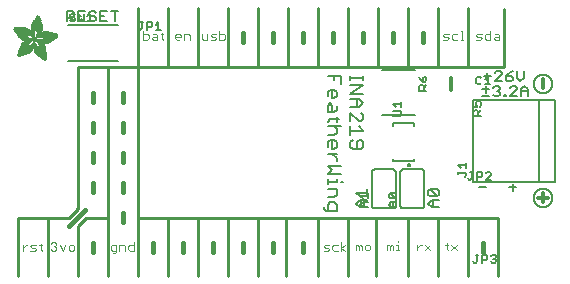
<source format=gbr>
G04 EAGLE Gerber RS-274X export*
G75*
%MOMM*%
%FSLAX34Y34*%
%LPD*%
%INSilkscreen Top*%
%IPPOS*%
%AMOC8*
5,1,8,0,0,1.08239X$1,22.5*%
G01*
%ADD10C,0.101600*%
%ADD11C,0.254000*%
%ADD12C,0.406400*%
%ADD13C,0.127000*%
%ADD14C,0.177800*%
%ADD15C,0.152400*%
%ADD16C,0.203200*%
%ADD17C,0.304800*%
%ADD18R,0.050800X0.006300*%
%ADD19R,0.082600X0.006400*%
%ADD20R,0.120600X0.006300*%
%ADD21R,0.139700X0.006400*%
%ADD22R,0.158800X0.006300*%
%ADD23R,0.177800X0.006400*%
%ADD24R,0.196800X0.006300*%
%ADD25R,0.215900X0.006400*%
%ADD26R,0.228600X0.006300*%
%ADD27R,0.241300X0.006400*%
%ADD28R,0.254000X0.006300*%
%ADD29R,0.266700X0.006400*%
%ADD30R,0.279400X0.006300*%
%ADD31R,0.285700X0.006400*%
%ADD32R,0.298400X0.006300*%
%ADD33R,0.311200X0.006400*%
%ADD34R,0.317500X0.006300*%
%ADD35R,0.330200X0.006400*%
%ADD36R,0.336600X0.006300*%
%ADD37R,0.349200X0.006400*%
%ADD38R,0.361900X0.006300*%
%ADD39R,0.368300X0.006400*%
%ADD40R,0.381000X0.006300*%
%ADD41R,0.387300X0.006400*%
%ADD42R,0.393700X0.006300*%
%ADD43R,0.406400X0.006400*%
%ADD44R,0.412700X0.006300*%
%ADD45R,0.419100X0.006400*%
%ADD46R,0.431800X0.006300*%
%ADD47R,0.438100X0.006400*%
%ADD48R,0.450800X0.006300*%
%ADD49R,0.457200X0.006400*%
%ADD50R,0.463500X0.006300*%
%ADD51R,0.476200X0.006400*%
%ADD52R,0.482600X0.006300*%
%ADD53R,0.488900X0.006400*%
%ADD54R,0.501600X0.006300*%
%ADD55R,0.508000X0.006400*%
%ADD56R,0.514300X0.006300*%
%ADD57R,0.527000X0.006400*%
%ADD58R,0.533400X0.006300*%
%ADD59R,0.546100X0.006400*%
%ADD60R,0.552400X0.006300*%
%ADD61R,0.558800X0.006400*%
%ADD62R,0.571500X0.006300*%
%ADD63R,0.577800X0.006400*%
%ADD64R,0.584200X0.006300*%
%ADD65R,0.596900X0.006400*%
%ADD66R,0.603200X0.006300*%
%ADD67R,0.609600X0.006400*%
%ADD68R,0.622300X0.006300*%
%ADD69R,0.628600X0.006400*%
%ADD70R,0.641300X0.006300*%
%ADD71R,0.647700X0.006400*%
%ADD72R,0.063500X0.006300*%
%ADD73R,0.654000X0.006300*%
%ADD74R,0.101600X0.006400*%
%ADD75R,0.666700X0.006400*%
%ADD76R,0.139700X0.006300*%
%ADD77R,0.673100X0.006300*%
%ADD78R,0.165100X0.006400*%
%ADD79R,0.679400X0.006400*%
%ADD80R,0.196900X0.006300*%
%ADD81R,0.692100X0.006300*%
%ADD82R,0.222200X0.006400*%
%ADD83R,0.698500X0.006400*%
%ADD84R,0.247700X0.006300*%
%ADD85R,0.704800X0.006300*%
%ADD86R,0.279400X0.006400*%
%ADD87R,0.717500X0.006400*%
%ADD88R,0.298500X0.006300*%
%ADD89R,0.723900X0.006300*%
%ADD90R,0.736600X0.006400*%
%ADD91R,0.342900X0.006300*%
%ADD92R,0.742900X0.006300*%
%ADD93R,0.374700X0.006400*%
%ADD94R,0.749300X0.006400*%
%ADD95R,0.762000X0.006300*%
%ADD96R,0.412700X0.006400*%
%ADD97R,0.768300X0.006400*%
%ADD98R,0.438100X0.006300*%
%ADD99R,0.774700X0.006300*%
%ADD100R,0.463600X0.006400*%
%ADD101R,0.787400X0.006400*%
%ADD102R,0.793700X0.006300*%
%ADD103R,0.495300X0.006400*%
%ADD104R,0.800100X0.006400*%
%ADD105R,0.520700X0.006300*%
%ADD106R,0.812800X0.006300*%
%ADD107R,0.533400X0.006400*%
%ADD108R,0.819100X0.006400*%
%ADD109R,0.558800X0.006300*%
%ADD110R,0.825500X0.006300*%
%ADD111R,0.577900X0.006400*%
%ADD112R,0.831800X0.006400*%
%ADD113R,0.596900X0.006300*%
%ADD114R,0.844500X0.006300*%
%ADD115R,0.616000X0.006400*%
%ADD116R,0.850900X0.006400*%
%ADD117R,0.635000X0.006300*%
%ADD118R,0.857200X0.006300*%
%ADD119R,0.654100X0.006400*%
%ADD120R,0.863600X0.006400*%
%ADD121R,0.666700X0.006300*%
%ADD122R,0.869900X0.006300*%
%ADD123R,0.685800X0.006400*%
%ADD124R,0.876300X0.006400*%
%ADD125R,0.882600X0.006300*%
%ADD126R,0.723900X0.006400*%
%ADD127R,0.889000X0.006400*%
%ADD128R,0.895300X0.006300*%
%ADD129R,0.755700X0.006400*%
%ADD130R,0.901700X0.006400*%
%ADD131R,0.908000X0.006300*%
%ADD132R,0.793800X0.006400*%
%ADD133R,0.914400X0.006400*%
%ADD134R,0.806400X0.006300*%
%ADD135R,0.920700X0.006300*%
%ADD136R,0.825500X0.006400*%
%ADD137R,0.927100X0.006400*%
%ADD138R,0.933400X0.006300*%
%ADD139R,0.857300X0.006400*%
%ADD140R,0.939800X0.006400*%
%ADD141R,0.870000X0.006300*%
%ADD142R,0.939800X0.006300*%
%ADD143R,0.946100X0.006400*%
%ADD144R,0.952500X0.006300*%
%ADD145R,0.908000X0.006400*%
%ADD146R,0.958800X0.006400*%
%ADD147R,0.965200X0.006300*%
%ADD148R,0.965200X0.006400*%
%ADD149R,0.971500X0.006300*%
%ADD150R,0.952500X0.006400*%
%ADD151R,0.977900X0.006400*%
%ADD152R,0.958800X0.006300*%
%ADD153R,0.984200X0.006300*%
%ADD154R,0.971500X0.006400*%
%ADD155R,0.984200X0.006400*%
%ADD156R,0.990600X0.006300*%
%ADD157R,0.984300X0.006400*%
%ADD158R,0.996900X0.006400*%
%ADD159R,0.997000X0.006300*%
%ADD160R,0.996900X0.006300*%
%ADD161R,1.003300X0.006400*%
%ADD162R,1.016000X0.006300*%
%ADD163R,1.009600X0.006300*%
%ADD164R,1.016000X0.006400*%
%ADD165R,1.009600X0.006400*%
%ADD166R,1.022300X0.006300*%
%ADD167R,1.028700X0.006400*%
%ADD168R,1.035100X0.006300*%
%ADD169R,1.047800X0.006400*%
%ADD170R,1.054100X0.006300*%
%ADD171R,1.028700X0.006300*%
%ADD172R,1.054100X0.006400*%
%ADD173R,1.035000X0.006400*%
%ADD174R,1.060400X0.006300*%
%ADD175R,1.035000X0.006300*%
%ADD176R,1.060500X0.006400*%
%ADD177R,1.041400X0.006400*%
%ADD178R,1.066800X0.006300*%
%ADD179R,1.041400X0.006300*%
%ADD180R,1.079500X0.006400*%
%ADD181R,1.047700X0.006400*%
%ADD182R,1.085900X0.006300*%
%ADD183R,1.047700X0.006300*%
%ADD184R,1.085800X0.006400*%
%ADD185R,1.092200X0.006300*%
%ADD186R,1.085900X0.006400*%
%ADD187R,1.098600X0.006300*%
%ADD188R,1.098600X0.006400*%
%ADD189R,1.060400X0.006400*%
%ADD190R,1.104900X0.006300*%
%ADD191R,1.104900X0.006400*%
%ADD192R,1.066800X0.006400*%
%ADD193R,1.111200X0.006300*%
%ADD194R,1.117600X0.006400*%
%ADD195R,1.117600X0.006300*%
%ADD196R,1.073100X0.006300*%
%ADD197R,1.073100X0.006400*%
%ADD198R,1.124000X0.006300*%
%ADD199R,1.079500X0.006300*%
%ADD200R,1.123900X0.006400*%
%ADD201R,1.130300X0.006300*%
%ADD202R,1.130300X0.006400*%
%ADD203R,1.136700X0.006400*%
%ADD204R,1.136700X0.006300*%
%ADD205R,1.085800X0.006300*%
%ADD206R,1.136600X0.006400*%
%ADD207R,1.136600X0.006300*%
%ADD208R,1.143000X0.006400*%
%ADD209R,1.143000X0.006300*%
%ADD210R,1.149400X0.006300*%
%ADD211R,1.149300X0.006300*%
%ADD212R,1.149300X0.006400*%
%ADD213R,1.149400X0.006400*%
%ADD214R,1.155700X0.006400*%
%ADD215R,1.155700X0.006300*%
%ADD216R,1.060500X0.006300*%
%ADD217R,2.197100X0.006400*%
%ADD218R,2.197100X0.006300*%
%ADD219R,2.184400X0.006300*%
%ADD220R,2.184400X0.006400*%
%ADD221R,2.171700X0.006400*%
%ADD222R,2.171700X0.006300*%
%ADD223R,1.530300X0.006400*%
%ADD224R,1.505000X0.006300*%
%ADD225R,1.492300X0.006400*%
%ADD226R,1.485900X0.006300*%
%ADD227R,0.565200X0.006300*%
%ADD228R,1.473200X0.006400*%
%ADD229R,0.565200X0.006400*%
%ADD230R,1.460500X0.006300*%
%ADD231R,1.454100X0.006400*%
%ADD232R,0.552400X0.006400*%
%ADD233R,1.441500X0.006300*%
%ADD234R,0.546100X0.006300*%
%ADD235R,1.435100X0.006400*%
%ADD236R,0.539800X0.006400*%
%ADD237R,1.428800X0.006300*%
%ADD238R,1.422400X0.006400*%
%ADD239R,1.409700X0.006300*%
%ADD240R,0.527100X0.006300*%
%ADD241R,1.403300X0.006400*%
%ADD242R,0.527100X0.006400*%
%ADD243R,1.390700X0.006300*%
%ADD244R,1.384300X0.006400*%
%ADD245R,0.520700X0.006400*%
%ADD246R,1.384300X0.006300*%
%ADD247R,0.514400X0.006300*%
%ADD248R,1.371600X0.006400*%
%ADD249R,1.365200X0.006300*%
%ADD250R,0.508000X0.006300*%
%ADD251R,1.352600X0.006400*%
%ADD252R,0.501700X0.006400*%
%ADD253R,0.711200X0.006300*%
%ADD254R,0.603300X0.006300*%
%ADD255R,0.501700X0.006300*%
%ADD256R,0.692100X0.006400*%
%ADD257R,0.571500X0.006400*%
%ADD258R,0.679400X0.006300*%
%ADD259R,0.495300X0.006300*%
%ADD260R,0.673100X0.006400*%
%ADD261R,0.666800X0.006300*%
%ADD262R,0.488900X0.006300*%
%ADD263R,0.660400X0.006400*%
%ADD264R,0.482600X0.006400*%
%ADD265R,0.476200X0.006300*%
%ADD266R,0.654000X0.006400*%
%ADD267R,0.469900X0.006400*%
%ADD268R,0.476300X0.006400*%
%ADD269R,0.647700X0.006300*%
%ADD270R,0.457200X0.006300*%
%ADD271R,0.469900X0.006300*%
%ADD272R,0.641300X0.006400*%
%ADD273R,0.444500X0.006400*%
%ADD274R,0.463600X0.006300*%
%ADD275R,0.635000X0.006400*%
%ADD276R,0.463500X0.006400*%
%ADD277R,0.393700X0.006400*%
%ADD278R,0.450800X0.006400*%
%ADD279R,0.628600X0.006300*%
%ADD280R,0.387400X0.006300*%
%ADD281R,0.450900X0.006300*%
%ADD282R,0.628700X0.006400*%
%ADD283R,0.374600X0.006400*%
%ADD284R,0.368300X0.006300*%
%ADD285R,0.438200X0.006300*%
%ADD286R,0.622300X0.006400*%
%ADD287R,0.355600X0.006400*%
%ADD288R,0.431800X0.006400*%
%ADD289R,0.349300X0.006300*%
%ADD290R,0.425400X0.006300*%
%ADD291R,0.615900X0.006300*%
%ADD292R,0.330200X0.006300*%
%ADD293R,0.419100X0.006300*%
%ADD294R,0.616000X0.006300*%
%ADD295R,0.311200X0.006300*%
%ADD296R,0.406400X0.006300*%
%ADD297R,0.615900X0.006400*%
%ADD298R,0.304800X0.006400*%
%ADD299R,0.158800X0.006400*%
%ADD300R,0.609600X0.006300*%
%ADD301R,0.292100X0.006300*%
%ADD302R,0.235000X0.006300*%
%ADD303R,0.387400X0.006400*%
%ADD304R,0.292100X0.006400*%
%ADD305R,0.336500X0.006300*%
%ADD306R,0.260400X0.006300*%
%ADD307R,0.603300X0.006400*%
%ADD308R,0.260400X0.006400*%
%ADD309R,0.362000X0.006400*%
%ADD310R,0.450900X0.006400*%
%ADD311R,0.355600X0.006300*%
%ADD312R,0.342900X0.006400*%
%ADD313R,0.514300X0.006400*%
%ADD314R,0.234900X0.006300*%
%ADD315R,0.539700X0.006300*%
%ADD316R,0.603200X0.006400*%
%ADD317R,0.234900X0.006400*%
%ADD318R,0.920700X0.006400*%
%ADD319R,0.958900X0.006400*%
%ADD320R,0.215900X0.006300*%
%ADD321R,0.209600X0.006400*%
%ADD322R,0.203200X0.006300*%
%ADD323R,1.003300X0.006300*%
%ADD324R,0.203200X0.006400*%
%ADD325R,0.196900X0.006400*%
%ADD326R,0.190500X0.006300*%
%ADD327R,0.190500X0.006400*%
%ADD328R,0.184200X0.006300*%
%ADD329R,0.590500X0.006400*%
%ADD330R,0.184200X0.006400*%
%ADD331R,0.590500X0.006300*%
%ADD332R,0.177800X0.006300*%
%ADD333R,0.584200X0.006400*%
%ADD334R,1.168400X0.006400*%
%ADD335R,0.171500X0.006300*%
%ADD336R,1.187500X0.006300*%
%ADD337R,1.200100X0.006400*%
%ADD338R,0.577800X0.006300*%
%ADD339R,1.212900X0.006300*%
%ADD340R,1.231900X0.006400*%
%ADD341R,1.250900X0.006300*%
%ADD342R,0.565100X0.006400*%
%ADD343R,0.184100X0.006400*%
%ADD344R,1.263700X0.006400*%
%ADD345R,0.565100X0.006300*%
%ADD346R,1.289100X0.006300*%
%ADD347R,1.314400X0.006400*%
%ADD348R,0.552500X0.006300*%
%ADD349R,1.568500X0.006300*%
%ADD350R,0.552500X0.006400*%
%ADD351R,1.581200X0.006400*%
%ADD352R,1.593800X0.006300*%
%ADD353R,1.606500X0.006400*%
%ADD354R,1.619300X0.006300*%
%ADD355R,0.514400X0.006400*%
%ADD356R,1.638300X0.006400*%
%ADD357R,1.657300X0.006300*%
%ADD358R,2.209800X0.006400*%
%ADD359R,2.425700X0.006300*%
%ADD360R,2.470100X0.006400*%
%ADD361R,2.501900X0.006300*%
%ADD362R,2.533700X0.006400*%
%ADD363R,2.559000X0.006300*%
%ADD364R,2.584500X0.006400*%
%ADD365R,2.609900X0.006300*%
%ADD366R,2.628900X0.006400*%
%ADD367R,2.660600X0.006300*%
%ADD368R,2.673400X0.006400*%
%ADD369R,1.422400X0.006300*%
%ADD370R,1.200200X0.006300*%
%ADD371R,1.365300X0.006300*%
%ADD372R,1.365300X0.006400*%
%ADD373R,1.352500X0.006300*%
%ADD374R,1.098500X0.006300*%
%ADD375R,1.358900X0.006400*%
%ADD376R,1.352600X0.006300*%
%ADD377R,1.358900X0.006300*%
%ADD378R,1.371600X0.006300*%
%ADD379R,1.377900X0.006400*%
%ADD380R,1.397000X0.006400*%
%ADD381R,1.403300X0.006300*%
%ADD382R,0.914400X0.006300*%
%ADD383R,0.876300X0.006300*%
%ADD384R,0.374600X0.006300*%
%ADD385R,1.073200X0.006400*%
%ADD386R,0.374700X0.006300*%
%ADD387R,0.844600X0.006400*%
%ADD388R,0.844600X0.006300*%
%ADD389R,0.831900X0.006400*%
%ADD390R,1.092200X0.006400*%
%ADD391R,0.400000X0.006300*%
%ADD392R,0.819200X0.006400*%
%ADD393R,1.111300X0.006400*%
%ADD394R,0.812800X0.006400*%
%ADD395R,0.800100X0.006300*%
%ADD396R,0.476300X0.006300*%
%ADD397R,1.181100X0.006300*%
%ADD398R,0.501600X0.006400*%
%ADD399R,1.193800X0.006400*%
%ADD400R,0.781000X0.006400*%
%ADD401R,1.238200X0.006400*%
%ADD402R,0.781100X0.006300*%
%ADD403R,1.257300X0.006300*%
%ADD404R,1.295400X0.006400*%
%ADD405R,1.333500X0.006300*%
%ADD406R,0.774700X0.006400*%
%ADD407R,1.866900X0.006400*%
%ADD408R,0.209600X0.006300*%
%ADD409R,1.866900X0.006300*%
%ADD410R,0.768400X0.006400*%
%ADD411R,0.209500X0.006400*%
%ADD412R,1.860600X0.006400*%
%ADD413R,0.762000X0.006400*%
%ADD414R,0.768400X0.006300*%
%ADD415R,1.860600X0.006300*%
%ADD416R,1.860500X0.006400*%
%ADD417R,0.222300X0.006300*%
%ADD418R,1.854200X0.006300*%
%ADD419R,0.235000X0.006400*%
%ADD420R,1.854200X0.006400*%
%ADD421R,0.768300X0.006300*%
%ADD422R,0.260300X0.006400*%
%ADD423R,1.847800X0.006400*%
%ADD424R,0.266700X0.006300*%
%ADD425R,1.847800X0.006300*%
%ADD426R,0.273100X0.006400*%
%ADD427R,1.841500X0.006400*%
%ADD428R,0.285800X0.006300*%
%ADD429R,1.841500X0.006300*%
%ADD430R,0.298500X0.006400*%
%ADD431R,1.835100X0.006400*%
%ADD432R,0.781000X0.006300*%
%ADD433R,0.304800X0.006300*%
%ADD434R,1.835100X0.006300*%
%ADD435R,0.317500X0.006400*%
%ADD436R,1.828800X0.006400*%
%ADD437R,0.787400X0.006300*%
%ADD438R,0.323800X0.006300*%
%ADD439R,1.828800X0.006300*%
%ADD440R,0.793700X0.006400*%
%ADD441R,1.822400X0.006400*%
%ADD442R,0.806500X0.006300*%
%ADD443R,1.822400X0.006300*%
%ADD444R,1.816100X0.006400*%
%ADD445R,0.819100X0.006300*%
%ADD446R,0.387300X0.006300*%
%ADD447R,1.816100X0.006300*%
%ADD448R,1.809800X0.006400*%
%ADD449R,1.803400X0.006300*%
%ADD450R,1.797000X0.006400*%
%ADD451R,0.901700X0.006300*%
%ADD452R,1.797000X0.006300*%
%ADD453R,1.441400X0.006400*%
%ADD454R,1.790700X0.006400*%
%ADD455R,1.447800X0.006300*%
%ADD456R,1.784300X0.006300*%
%ADD457R,1.447800X0.006400*%
%ADD458R,1.784300X0.006400*%
%ADD459R,1.454100X0.006300*%
%ADD460R,1.771700X0.006300*%
%ADD461R,1.460500X0.006400*%
%ADD462R,1.759000X0.006400*%
%ADD463R,1.466800X0.006300*%
%ADD464R,1.752600X0.006300*%
%ADD465R,1.466800X0.006400*%
%ADD466R,1.739900X0.006400*%
%ADD467R,1.473200X0.006300*%
%ADD468R,1.727200X0.006300*%
%ADD469R,1.479500X0.006400*%
%ADD470R,1.714500X0.006400*%
%ADD471R,1.695400X0.006300*%
%ADD472R,1.485900X0.006400*%
%ADD473R,1.682700X0.006400*%
%ADD474R,1.492200X0.006300*%
%ADD475R,1.663700X0.006300*%
%ADD476R,1.498600X0.006400*%
%ADD477R,1.644600X0.006400*%
%ADD478R,1.498600X0.006300*%
%ADD479R,1.619200X0.006300*%
%ADD480R,1.511300X0.006400*%
%ADD481R,1.600200X0.006400*%
%ADD482R,1.517700X0.006300*%
%ADD483R,1.574800X0.006300*%
%ADD484R,1.524000X0.006400*%
%ADD485R,1.555800X0.006400*%
%ADD486R,1.524000X0.006300*%
%ADD487R,1.536700X0.006300*%
%ADD488R,1.530400X0.006400*%
%ADD489R,1.517700X0.006400*%
%ADD490R,1.492300X0.006300*%
%ADD491R,1.549400X0.006400*%
%ADD492R,1.479600X0.006400*%
%ADD493R,1.549400X0.006300*%
%ADD494R,1.555700X0.006400*%
%ADD495R,1.562100X0.006300*%
%ADD496R,0.323900X0.006300*%
%ADD497R,1.568400X0.006400*%
%ADD498R,0.336600X0.006400*%
%ADD499R,1.587500X0.006300*%
%ADD500R,0.971600X0.006300*%
%ADD501R,0.349300X0.006400*%
%ADD502R,1.600200X0.006300*%
%ADD503R,0.920800X0.006300*%
%ADD504R,0.882700X0.006400*%
%ADD505R,1.612900X0.006300*%
%ADD506R,0.362000X0.006300*%
%ADD507R,1.625600X0.006400*%
%ADD508R,1.625600X0.006300*%
%ADD509R,1.644600X0.006300*%
%ADD510R,0.736600X0.006300*%
%ADD511R,0.717600X0.006400*%
%ADD512R,1.657400X0.006300*%
%ADD513R,0.679500X0.006300*%
%ADD514R,1.663700X0.006400*%
%ADD515R,0.400000X0.006400*%
%ADD516R,1.676400X0.006300*%
%ADD517R,1.676400X0.006400*%
%ADD518R,0.425500X0.006400*%
%ADD519R,1.352500X0.006400*%
%ADD520R,0.444500X0.006300*%
%ADD521R,0.361900X0.006400*%
%ADD522R,0.088900X0.006300*%
%ADD523R,1.009700X0.006300*%
%ADD524R,1.009700X0.006400*%
%ADD525R,1.022300X0.006400*%
%ADD526R,1.346200X0.006400*%
%ADD527R,1.346200X0.006300*%
%ADD528R,1.339900X0.006400*%
%ADD529R,1.035100X0.006400*%
%ADD530R,1.339800X0.006300*%
%ADD531R,1.333500X0.006400*%
%ADD532R,1.327200X0.006400*%
%ADD533R,1.320800X0.006300*%
%ADD534R,1.314500X0.006400*%
%ADD535R,1.314400X0.006300*%
%ADD536R,1.301700X0.006400*%
%ADD537R,1.295400X0.006300*%
%ADD538R,1.289000X0.006400*%
%ADD539R,1.276300X0.006300*%
%ADD540R,1.251000X0.006300*%
%ADD541R,1.244600X0.006400*%
%ADD542R,1.231900X0.006300*%
%ADD543R,1.212800X0.006400*%
%ADD544R,1.200100X0.006300*%
%ADD545R,1.187400X0.006400*%
%ADD546R,1.168400X0.006300*%
%ADD547R,1.047800X0.006300*%
%ADD548R,0.977900X0.006300*%
%ADD549R,0.946200X0.006400*%
%ADD550R,0.933400X0.006400*%
%ADD551R,0.895300X0.006400*%
%ADD552R,0.882700X0.006300*%
%ADD553R,0.863600X0.006300*%
%ADD554R,0.857200X0.006400*%
%ADD555R,0.850900X0.006300*%
%ADD556R,0.838200X0.006300*%
%ADD557R,0.806500X0.006400*%
%ADD558R,0.717600X0.006300*%
%ADD559R,0.711200X0.006400*%
%ADD560R,0.641400X0.006400*%
%ADD561R,0.641400X0.006300*%
%ADD562R,0.628700X0.006300*%
%ADD563R,0.590600X0.006300*%
%ADD564R,0.539700X0.006400*%
%ADD565R,0.285700X0.006300*%
%ADD566R,0.222200X0.006300*%
%ADD567R,0.171400X0.006300*%
%ADD568R,0.152400X0.006400*%
%ADD569R,0.133400X0.006300*%


D10*
X55118Y22606D02*
X55118Y27351D01*
X55118Y24979D02*
X57491Y27351D01*
X58677Y27351D01*
X61355Y22606D02*
X64914Y22606D01*
X66100Y23792D01*
X64914Y24979D01*
X62541Y24979D01*
X61355Y26165D01*
X62541Y27351D01*
X66100Y27351D01*
X70025Y28538D02*
X70025Y23792D01*
X71212Y22606D01*
X71212Y27351D02*
X68839Y27351D01*
X78740Y28538D02*
X79926Y29724D01*
X82299Y29724D01*
X83485Y28538D01*
X83485Y27351D01*
X82299Y26165D01*
X81113Y26165D01*
X82299Y26165D02*
X83485Y24979D01*
X83485Y23792D01*
X82299Y22606D01*
X79926Y22606D01*
X78740Y23792D01*
X86224Y27351D02*
X88597Y22606D01*
X90970Y27351D01*
X94895Y22606D02*
X97267Y22606D01*
X98454Y23792D01*
X98454Y26165D01*
X97267Y27351D01*
X94895Y27351D01*
X93708Y26165D01*
X93708Y23792D01*
X94895Y22606D01*
X131659Y20233D02*
X132845Y20233D01*
X134031Y21420D01*
X134031Y27351D01*
X130472Y27351D01*
X129286Y26165D01*
X129286Y23792D01*
X130472Y22606D01*
X134031Y22606D01*
X136770Y22606D02*
X136770Y27351D01*
X140329Y27351D01*
X141516Y26165D01*
X141516Y22606D01*
X149000Y22606D02*
X149000Y29724D01*
X149000Y22606D02*
X145441Y22606D01*
X144254Y23792D01*
X144254Y26165D01*
X145441Y27351D01*
X149000Y27351D01*
X185209Y201168D02*
X187582Y201168D01*
X185209Y201168D02*
X184023Y202354D01*
X184023Y204727D01*
X185209Y205913D01*
X187582Y205913D01*
X188768Y204727D01*
X188768Y203541D01*
X184023Y203541D01*
X191507Y205913D02*
X191507Y201168D01*
X191507Y205913D02*
X195066Y205913D01*
X196253Y204727D01*
X196253Y201168D01*
X156718Y201168D02*
X156718Y208286D01*
X156718Y201168D02*
X160277Y201168D01*
X161463Y202354D01*
X161463Y204727D01*
X160277Y205913D01*
X156718Y205913D01*
X165389Y205913D02*
X167761Y205913D01*
X168948Y204727D01*
X168948Y201168D01*
X165389Y201168D01*
X164202Y202354D01*
X165389Y203541D01*
X168948Y203541D01*
X172873Y202354D02*
X172873Y207100D01*
X172873Y202354D02*
X174059Y201168D01*
X174059Y205913D02*
X171686Y205913D01*
X206502Y205913D02*
X206502Y202354D01*
X207688Y201168D01*
X211247Y201168D01*
X211247Y205913D01*
X213986Y201168D02*
X217545Y201168D01*
X218732Y202354D01*
X217545Y203541D01*
X215173Y203541D01*
X213986Y204727D01*
X215173Y205913D01*
X218732Y205913D01*
X221470Y208286D02*
X221470Y201168D01*
X225029Y201168D01*
X226216Y202354D01*
X226216Y204727D01*
X225029Y205913D01*
X221470Y205913D01*
X438658Y201168D02*
X442217Y201168D01*
X443403Y202354D01*
X442217Y203541D01*
X439844Y203541D01*
X438658Y204727D01*
X439844Y205913D01*
X443403Y205913D01*
X450888Y208286D02*
X450888Y201168D01*
X447329Y201168D01*
X446142Y202354D01*
X446142Y204727D01*
X447329Y205913D01*
X450888Y205913D01*
X454813Y205913D02*
X457185Y205913D01*
X458372Y204727D01*
X458372Y201168D01*
X454813Y201168D01*
X453626Y202354D01*
X454813Y203541D01*
X458372Y203541D01*
X414277Y201168D02*
X410718Y201168D01*
X414277Y201168D02*
X415463Y202354D01*
X414277Y203541D01*
X411904Y203541D01*
X410718Y204727D01*
X411904Y205913D01*
X415463Y205913D01*
X419389Y205913D02*
X422948Y205913D01*
X419389Y205913D02*
X418202Y204727D01*
X418202Y202354D01*
X419389Y201168D01*
X422948Y201168D01*
X425686Y208286D02*
X426873Y208286D01*
X426873Y201168D01*
X428059Y201168D02*
X425686Y201168D01*
X413809Y28665D02*
X413809Y23919D01*
X414996Y22733D01*
X414996Y27478D02*
X412623Y27478D01*
X417612Y27478D02*
X422358Y22733D01*
X422358Y27478D02*
X417612Y22733D01*
X389128Y22733D02*
X389128Y27478D01*
X389128Y25106D02*
X391501Y27478D01*
X392687Y27478D01*
X395365Y27478D02*
X400110Y22733D01*
X395365Y22733D02*
X400110Y27478D01*
X363728Y27478D02*
X363728Y22733D01*
X363728Y27478D02*
X364914Y27478D01*
X366101Y26292D01*
X366101Y22733D01*
X366101Y26292D02*
X367287Y27478D01*
X368473Y26292D01*
X368473Y22733D01*
X371212Y27478D02*
X372399Y27478D01*
X372399Y22733D01*
X373585Y22733D02*
X371212Y22733D01*
X372399Y29851D02*
X372399Y31037D01*
X337058Y27478D02*
X337058Y22733D01*
X337058Y27478D02*
X338244Y27478D01*
X339431Y26292D01*
X339431Y22733D01*
X339431Y26292D02*
X340617Y27478D01*
X341803Y26292D01*
X341803Y22733D01*
X345729Y22733D02*
X348101Y22733D01*
X349288Y23919D01*
X349288Y26292D01*
X348101Y27478D01*
X345729Y27478D01*
X344542Y26292D01*
X344542Y23919D01*
X345729Y22733D01*
X313185Y22606D02*
X309626Y22606D01*
X313185Y22606D02*
X314371Y23792D01*
X313185Y24979D01*
X310812Y24979D01*
X309626Y26165D01*
X310812Y27351D01*
X314371Y27351D01*
X318297Y27351D02*
X321856Y27351D01*
X318297Y27351D02*
X317110Y26165D01*
X317110Y23792D01*
X318297Y22606D01*
X321856Y22606D01*
X324594Y22606D02*
X324594Y29724D01*
X324594Y24979D02*
X328153Y22606D01*
X324594Y24979D02*
X328153Y27351D01*
D11*
X177800Y177800D02*
X152400Y177800D01*
X177800Y177800D02*
X203200Y177800D01*
X228600Y177800D01*
X254000Y177800D01*
X279400Y177800D01*
X330200Y177800D01*
X355600Y177800D01*
X381000Y177800D01*
X406400Y177800D01*
X431800Y177800D01*
X462280Y177800D01*
X462280Y227330D01*
X177800Y227584D02*
X177800Y177800D01*
X203200Y177800D02*
X203200Y227584D01*
X228600Y227584D02*
X228600Y177800D01*
X254000Y177800D02*
X254000Y227584D01*
X279400Y227584D02*
X279400Y177800D01*
X304800Y179070D02*
X304800Y227584D01*
X330200Y227584D02*
X330200Y177800D01*
X355600Y177800D02*
X355600Y227584D01*
X381000Y227584D02*
X381000Y177800D01*
X406400Y177800D02*
X406400Y227584D01*
X431800Y227584D02*
X431800Y177800D01*
X354330Y50165D02*
X330200Y50165D01*
X304800Y50165D01*
X278130Y50165D01*
X254000Y50165D01*
X228600Y50165D01*
X177800Y50165D01*
X50800Y50165D02*
X50800Y1270D01*
X354330Y1270D02*
X354330Y50165D01*
X330200Y50165D02*
X330200Y1270D01*
X304800Y1270D02*
X304800Y50165D01*
X278130Y50165D02*
X278130Y1270D01*
X254000Y1270D02*
X254000Y50165D01*
X228600Y50165D02*
X228600Y1270D01*
X203200Y1270D02*
X203200Y48895D01*
X177800Y50165D02*
X177800Y1270D01*
X152400Y1270D02*
X152400Y50165D01*
X76200Y50165D02*
X76200Y1270D01*
X354330Y50165D02*
X381000Y50165D01*
X406400Y50165D01*
X431800Y50165D01*
X457200Y50165D01*
X457200Y1270D01*
X381000Y1270D02*
X381000Y50165D01*
X406400Y50165D02*
X406400Y1270D01*
X431800Y1270D02*
X431800Y50165D01*
X152400Y177800D02*
X152400Y227584D01*
D12*
X165100Y29210D02*
X165100Y21590D01*
X190500Y21590D02*
X190500Y29210D01*
X215900Y29210D02*
X215900Y21590D01*
X241300Y21590D02*
X241300Y29210D01*
X266700Y29210D02*
X266700Y21590D01*
X292100Y21590D02*
X292100Y29210D01*
X444500Y29210D02*
X444500Y21590D01*
X393700Y199390D02*
X393700Y207010D01*
X368300Y207010D02*
X368300Y199390D01*
X342900Y199390D02*
X342900Y207010D01*
X317500Y207010D02*
X317500Y199390D01*
X292100Y199390D02*
X292100Y207010D01*
X266700Y207010D02*
X266700Y199390D01*
X241300Y199390D02*
X241300Y207010D01*
D11*
X101600Y177800D02*
X101600Y58420D01*
X101600Y177800D02*
X127000Y177800D01*
X152400Y177800D01*
X101600Y58420D02*
X93980Y50165D01*
D12*
X114300Y148590D02*
X114300Y156210D01*
X114300Y130810D02*
X114300Y123190D01*
X114300Y105410D02*
X114300Y97790D01*
X139700Y97790D02*
X139700Y105410D01*
X139700Y123190D02*
X139700Y130810D01*
X139700Y148590D02*
X139700Y156210D01*
X139700Y80010D02*
X139700Y72390D01*
X114300Y72390D02*
X114300Y80010D01*
D11*
X152400Y50165D02*
X177800Y50165D01*
X76200Y50165D02*
X50800Y50165D01*
X127000Y50165D02*
X127000Y1270D01*
X127000Y50165D02*
X127000Y177800D01*
X152400Y177800D02*
X152400Y50165D01*
X93726Y50038D02*
X75946Y50038D01*
X108585Y50165D02*
X127000Y50165D01*
X108585Y50165D02*
X101600Y43180D01*
X101600Y1397D01*
X93980Y50165D02*
X101600Y57785D01*
D12*
X107950Y57150D02*
X93980Y43180D01*
X114300Y29210D02*
X114300Y21590D01*
X139700Y46990D02*
X139700Y54610D01*
D13*
X340143Y59055D02*
X346075Y59055D01*
X340143Y59055D02*
X337177Y62021D01*
X340143Y64987D01*
X346075Y64987D01*
X341626Y64987D02*
X341626Y59055D01*
X340143Y68410D02*
X337177Y71376D01*
X346075Y71376D01*
X346075Y68410D02*
X346075Y74342D01*
X401103Y59055D02*
X407035Y59055D01*
X401103Y59055D02*
X398137Y62021D01*
X401103Y64987D01*
X407035Y64987D01*
X402586Y64987D02*
X402586Y59055D01*
X405552Y68410D02*
X399620Y68410D01*
X398137Y69893D01*
X398137Y72859D01*
X399620Y74342D01*
X405552Y74342D01*
X407035Y72859D01*
X407035Y69893D01*
X405552Y68410D01*
X399620Y74342D01*
X441325Y76204D02*
X447257Y76204D01*
X466725Y76204D02*
X472657Y76204D01*
X469691Y79170D02*
X469691Y73238D01*
X92289Y216535D02*
X92289Y225433D01*
X96738Y225433D01*
X98221Y223950D01*
X98221Y220984D01*
X96738Y219501D01*
X92289Y219501D01*
X95255Y219501D02*
X98221Y216535D01*
X101644Y225433D02*
X107576Y225433D01*
X101644Y225433D02*
X101644Y216535D01*
X107576Y216535D01*
X104610Y220984D02*
X101644Y220984D01*
X115448Y225433D02*
X116931Y223950D01*
X115448Y225433D02*
X112482Y225433D01*
X110999Y223950D01*
X110999Y222467D01*
X112482Y220984D01*
X115448Y220984D01*
X116931Y219501D01*
X116931Y218018D01*
X115448Y216535D01*
X112482Y216535D01*
X110999Y218018D01*
X120355Y225433D02*
X126286Y225433D01*
X120355Y225433D02*
X120355Y216535D01*
X126286Y216535D01*
X123320Y220984D02*
X120355Y220984D01*
X132676Y216535D02*
X132676Y225433D01*
X129710Y225433D02*
X135642Y225433D01*
X445135Y170184D02*
X451067Y170184D01*
X448101Y173150D02*
X448101Y167218D01*
X454490Y165735D02*
X460422Y165735D01*
X454490Y165735D02*
X460422Y171667D01*
X460422Y173150D01*
X458939Y174633D01*
X455973Y174633D01*
X454490Y173150D01*
X466811Y173150D02*
X469777Y174633D01*
X466811Y173150D02*
X463845Y170184D01*
X463845Y167218D01*
X465328Y165735D01*
X468294Y165735D01*
X469777Y167218D01*
X469777Y168701D01*
X468294Y170184D01*
X463845Y170184D01*
X473201Y168701D02*
X473201Y174633D01*
X473201Y168701D02*
X476166Y165735D01*
X479132Y168701D01*
X479132Y174633D01*
X449797Y153035D02*
X443865Y153035D01*
X443865Y158967D02*
X449797Y158967D01*
X446831Y161933D02*
X446831Y156001D01*
X453220Y160450D02*
X454703Y161933D01*
X457669Y161933D01*
X459152Y160450D01*
X459152Y158967D01*
X457669Y157484D01*
X456186Y157484D01*
X457669Y157484D02*
X459152Y156001D01*
X459152Y154518D01*
X457669Y153035D01*
X454703Y153035D01*
X453220Y154518D01*
X462575Y154518D02*
X462575Y153035D01*
X462575Y154518D02*
X464058Y154518D01*
X464058Y153035D01*
X462575Y153035D01*
X467253Y153035D02*
X473185Y153035D01*
X467253Y153035D02*
X473185Y158967D01*
X473185Y160450D01*
X471702Y161933D01*
X468736Y161933D01*
X467253Y160450D01*
X476608Y158967D02*
X476608Y153035D01*
X476608Y158967D02*
X479574Y161933D01*
X482540Y158967D01*
X482540Y153035D01*
X482540Y157484D02*
X476608Y157484D01*
D14*
X332359Y166917D02*
X332359Y170561D01*
X332359Y168739D02*
X343290Y168739D01*
X343290Y170561D02*
X343290Y166917D01*
X343290Y162765D02*
X332359Y162765D01*
X332359Y155478D02*
X343290Y162765D01*
X343290Y155478D02*
X332359Y155478D01*
X332359Y151071D02*
X339647Y151071D01*
X343290Y147427D01*
X339647Y143784D01*
X332359Y143784D01*
X337825Y143784D02*
X337825Y151071D01*
X332359Y139377D02*
X332359Y132090D01*
X332359Y139377D02*
X339647Y132090D01*
X341468Y132090D01*
X343290Y133911D01*
X343290Y137555D01*
X341468Y139377D01*
X339647Y127683D02*
X343290Y124039D01*
X332359Y124039D01*
X332359Y120396D02*
X332359Y127683D01*
X334181Y115989D02*
X332359Y114167D01*
X332359Y110524D01*
X334181Y108702D01*
X341468Y108702D01*
X343290Y110524D01*
X343290Y114167D01*
X341468Y115989D01*
X339647Y115989D01*
X337825Y114167D01*
X337825Y108702D01*
X324240Y170561D02*
X313309Y170561D01*
X324240Y170561D02*
X324240Y163273D01*
X318775Y166917D02*
X318775Y170561D01*
X313309Y157045D02*
X313309Y153401D01*
X313309Y157045D02*
X315131Y158867D01*
X318775Y158867D01*
X320597Y157045D01*
X320597Y153401D01*
X318775Y151580D01*
X316953Y151580D01*
X316953Y158867D01*
X320597Y145351D02*
X320597Y141707D01*
X318775Y139886D01*
X313309Y139886D01*
X313309Y145351D01*
X315131Y147173D01*
X316953Y145351D01*
X316953Y139886D01*
X315131Y133657D02*
X322418Y133657D01*
X315131Y133657D02*
X313309Y131835D01*
X320597Y131835D02*
X320597Y135479D01*
X324240Y127683D02*
X313309Y127683D01*
X318775Y127683D02*
X320597Y125861D01*
X320597Y122217D01*
X318775Y120396D01*
X313309Y120396D01*
X313309Y114167D02*
X313309Y110524D01*
X313309Y114167D02*
X315131Y115989D01*
X318775Y115989D01*
X320597Y114167D01*
X320597Y110524D01*
X318775Y108702D01*
X316953Y108702D01*
X316953Y115989D01*
X313309Y104295D02*
X320597Y104295D01*
X316953Y104295D02*
X320597Y100651D01*
X320597Y98830D01*
X324240Y94550D02*
X313309Y94550D01*
X316953Y90906D01*
X313309Y87263D01*
X324240Y87263D01*
X320597Y82856D02*
X320597Y81034D01*
X313309Y81034D01*
X313309Y79213D02*
X313309Y82856D01*
X324240Y81034D02*
X326062Y81034D01*
X320597Y75060D02*
X313309Y75060D01*
X320597Y75060D02*
X320597Y69595D01*
X318775Y67773D01*
X313309Y67773D01*
X309665Y59723D02*
X309665Y57901D01*
X311487Y56079D01*
X320597Y56079D01*
X320597Y61544D01*
X318775Y63366D01*
X315131Y63366D01*
X313309Y61544D01*
X313309Y56079D01*
D15*
X436272Y13548D02*
X437373Y12446D01*
X438475Y12446D01*
X439576Y13548D01*
X439576Y19056D01*
X438475Y19056D02*
X440678Y19056D01*
X443756Y19056D02*
X443756Y12446D01*
X443756Y19056D02*
X447061Y19056D01*
X448162Y17954D01*
X448162Y15751D01*
X447061Y14649D01*
X443756Y14649D01*
X451240Y17954D02*
X452341Y19056D01*
X454545Y19056D01*
X455646Y17954D01*
X455646Y16852D01*
X454545Y15751D01*
X453443Y15751D01*
X454545Y15751D02*
X455646Y14649D01*
X455646Y13548D01*
X454545Y12446D01*
X452341Y12446D01*
X451240Y13548D01*
X153502Y209550D02*
X152400Y210652D01*
X153502Y209550D02*
X154603Y209550D01*
X155705Y210652D01*
X155705Y216160D01*
X156806Y216160D02*
X154603Y216160D01*
X159884Y216160D02*
X159884Y209550D01*
X159884Y216160D02*
X163189Y216160D01*
X164291Y215058D01*
X164291Y212855D01*
X163189Y211753D01*
X159884Y211753D01*
X167368Y213956D02*
X169572Y216160D01*
X169572Y209550D01*
X171775Y209550D02*
X167368Y209550D01*
D16*
X380690Y94800D02*
X380692Y94863D01*
X380698Y94925D01*
X380708Y94987D01*
X380721Y95049D01*
X380739Y95109D01*
X380760Y95168D01*
X380785Y95226D01*
X380814Y95282D01*
X380846Y95336D01*
X380881Y95388D01*
X380919Y95437D01*
X380961Y95485D01*
X381005Y95529D01*
X381053Y95571D01*
X381102Y95609D01*
X381154Y95644D01*
X381208Y95676D01*
X381264Y95705D01*
X381322Y95730D01*
X381381Y95751D01*
X381441Y95769D01*
X381503Y95782D01*
X381565Y95792D01*
X381627Y95798D01*
X381690Y95800D01*
X381753Y95798D01*
X381815Y95792D01*
X381877Y95782D01*
X381939Y95769D01*
X381999Y95751D01*
X382058Y95730D01*
X382116Y95705D01*
X382172Y95676D01*
X382226Y95644D01*
X382278Y95609D01*
X382327Y95571D01*
X382375Y95529D01*
X382419Y95485D01*
X382461Y95437D01*
X382499Y95388D01*
X382534Y95336D01*
X382566Y95282D01*
X382595Y95226D01*
X382620Y95168D01*
X382641Y95109D01*
X382659Y95049D01*
X382672Y94987D01*
X382682Y94925D01*
X382688Y94863D01*
X382690Y94800D01*
X382688Y94737D01*
X382682Y94675D01*
X382672Y94613D01*
X382659Y94551D01*
X382641Y94491D01*
X382620Y94432D01*
X382595Y94374D01*
X382566Y94318D01*
X382534Y94264D01*
X382499Y94212D01*
X382461Y94163D01*
X382419Y94115D01*
X382375Y94071D01*
X382327Y94029D01*
X382278Y93991D01*
X382226Y93956D01*
X382172Y93924D01*
X382116Y93895D01*
X382058Y93870D01*
X381999Y93849D01*
X381939Y93831D01*
X381877Y93818D01*
X381815Y93808D01*
X381753Y93802D01*
X381690Y93800D01*
X381627Y93802D01*
X381565Y93808D01*
X381503Y93818D01*
X381441Y93831D01*
X381381Y93849D01*
X381322Y93870D01*
X381264Y93895D01*
X381208Y93924D01*
X381154Y93956D01*
X381102Y93991D01*
X381053Y94029D01*
X381005Y94071D01*
X380961Y94115D01*
X380919Y94163D01*
X380881Y94212D01*
X380846Y94264D01*
X380814Y94318D01*
X380785Y94374D01*
X380760Y94432D01*
X380739Y94491D01*
X380721Y94551D01*
X380708Y94613D01*
X380698Y94675D01*
X380692Y94737D01*
X380690Y94800D01*
X368190Y98300D02*
X368190Y100300D01*
X368190Y98300D02*
X386190Y98300D01*
X386190Y100300D01*
X368190Y128300D02*
X368190Y130300D01*
X386190Y130300D01*
X386190Y128300D01*
D15*
X374056Y136572D02*
X368548Y136572D01*
X374056Y136572D02*
X375158Y137674D01*
X375158Y139877D01*
X374056Y140978D01*
X368548Y140978D01*
X370752Y144056D02*
X368548Y146259D01*
X375158Y146259D01*
X375158Y144056D02*
X375158Y148463D01*
D17*
X417830Y158750D02*
X417830Y168910D01*
D15*
X442217Y169932D02*
X443318Y168830D01*
X442217Y169932D02*
X440014Y169932D01*
X438912Y168830D01*
X438912Y164424D01*
X440014Y163322D01*
X442217Y163322D01*
X443318Y164424D01*
X446396Y167728D02*
X448599Y169932D01*
X448599Y163322D01*
X446396Y163322D02*
X450803Y163322D01*
D16*
X394970Y88900D02*
X394970Y60960D01*
X374650Y88900D02*
X374652Y89000D01*
X374658Y89099D01*
X374668Y89199D01*
X374681Y89297D01*
X374699Y89396D01*
X374720Y89493D01*
X374745Y89589D01*
X374774Y89685D01*
X374807Y89779D01*
X374843Y89872D01*
X374883Y89963D01*
X374927Y90053D01*
X374974Y90141D01*
X375024Y90227D01*
X375078Y90311D01*
X375135Y90393D01*
X375195Y90472D01*
X375259Y90550D01*
X375325Y90624D01*
X375394Y90696D01*
X375466Y90765D01*
X375540Y90831D01*
X375618Y90895D01*
X375697Y90955D01*
X375779Y91012D01*
X375863Y91066D01*
X375949Y91116D01*
X376037Y91163D01*
X376127Y91207D01*
X376218Y91247D01*
X376311Y91283D01*
X376405Y91316D01*
X376501Y91345D01*
X376597Y91370D01*
X376694Y91391D01*
X376793Y91409D01*
X376891Y91422D01*
X376991Y91432D01*
X377090Y91438D01*
X377190Y91440D01*
X374650Y60960D02*
X374652Y60860D01*
X374658Y60761D01*
X374668Y60661D01*
X374681Y60563D01*
X374699Y60464D01*
X374720Y60367D01*
X374745Y60271D01*
X374774Y60175D01*
X374807Y60081D01*
X374843Y59988D01*
X374883Y59897D01*
X374927Y59807D01*
X374974Y59719D01*
X375024Y59633D01*
X375078Y59549D01*
X375135Y59467D01*
X375195Y59388D01*
X375259Y59310D01*
X375325Y59236D01*
X375394Y59164D01*
X375466Y59095D01*
X375540Y59029D01*
X375618Y58965D01*
X375697Y58905D01*
X375779Y58848D01*
X375863Y58794D01*
X375949Y58744D01*
X376037Y58697D01*
X376127Y58653D01*
X376218Y58613D01*
X376311Y58577D01*
X376405Y58544D01*
X376501Y58515D01*
X376597Y58490D01*
X376694Y58469D01*
X376793Y58451D01*
X376891Y58438D01*
X376991Y58428D01*
X377090Y58422D01*
X377190Y58420D01*
X392430Y58420D02*
X392530Y58422D01*
X392629Y58428D01*
X392729Y58438D01*
X392827Y58451D01*
X392926Y58469D01*
X393023Y58490D01*
X393119Y58515D01*
X393215Y58544D01*
X393309Y58577D01*
X393402Y58613D01*
X393493Y58653D01*
X393583Y58697D01*
X393671Y58744D01*
X393757Y58794D01*
X393841Y58848D01*
X393923Y58905D01*
X394002Y58965D01*
X394080Y59029D01*
X394154Y59095D01*
X394226Y59164D01*
X394295Y59236D01*
X394361Y59310D01*
X394425Y59388D01*
X394485Y59467D01*
X394542Y59549D01*
X394596Y59633D01*
X394646Y59719D01*
X394693Y59807D01*
X394737Y59897D01*
X394777Y59988D01*
X394813Y60081D01*
X394846Y60175D01*
X394875Y60271D01*
X394900Y60367D01*
X394921Y60464D01*
X394939Y60563D01*
X394952Y60661D01*
X394962Y60761D01*
X394968Y60860D01*
X394970Y60960D01*
X394970Y88900D02*
X394968Y89000D01*
X394962Y89099D01*
X394952Y89199D01*
X394939Y89297D01*
X394921Y89396D01*
X394900Y89493D01*
X394875Y89589D01*
X394846Y89685D01*
X394813Y89779D01*
X394777Y89872D01*
X394737Y89963D01*
X394693Y90053D01*
X394646Y90141D01*
X394596Y90227D01*
X394542Y90311D01*
X394485Y90393D01*
X394425Y90472D01*
X394361Y90550D01*
X394295Y90624D01*
X394226Y90696D01*
X394154Y90765D01*
X394080Y90831D01*
X394002Y90895D01*
X393923Y90955D01*
X393841Y91012D01*
X393757Y91066D01*
X393671Y91116D01*
X393583Y91163D01*
X393493Y91207D01*
X393402Y91247D01*
X393309Y91283D01*
X393215Y91316D01*
X393119Y91345D01*
X393023Y91370D01*
X392926Y91391D01*
X392827Y91409D01*
X392729Y91422D01*
X392629Y91432D01*
X392530Y91438D01*
X392430Y91440D01*
X377190Y91440D01*
X377190Y58420D02*
X392430Y58420D01*
X374650Y60960D02*
X374650Y88900D01*
D15*
X371348Y59182D02*
X366942Y59182D01*
X364738Y61385D01*
X366942Y63588D01*
X371348Y63588D01*
X368043Y63588D02*
X368043Y59182D01*
X370246Y66666D02*
X365840Y66666D01*
X364738Y67768D01*
X364738Y69971D01*
X365840Y71073D01*
X370246Y71073D01*
X371348Y69971D01*
X371348Y67768D01*
X370246Y66666D01*
X365840Y71073D01*
D16*
X370840Y60960D02*
X370840Y88900D01*
X353060Y91440D02*
X352960Y91438D01*
X352861Y91432D01*
X352761Y91422D01*
X352663Y91409D01*
X352564Y91391D01*
X352467Y91370D01*
X352371Y91345D01*
X352275Y91316D01*
X352181Y91283D01*
X352088Y91247D01*
X351997Y91207D01*
X351907Y91163D01*
X351819Y91116D01*
X351733Y91066D01*
X351649Y91012D01*
X351567Y90955D01*
X351488Y90895D01*
X351410Y90831D01*
X351336Y90765D01*
X351264Y90696D01*
X351195Y90624D01*
X351129Y90550D01*
X351065Y90472D01*
X351005Y90393D01*
X350948Y90311D01*
X350894Y90227D01*
X350844Y90141D01*
X350797Y90053D01*
X350753Y89963D01*
X350713Y89872D01*
X350677Y89779D01*
X350644Y89685D01*
X350615Y89589D01*
X350590Y89493D01*
X350569Y89396D01*
X350551Y89297D01*
X350538Y89199D01*
X350528Y89099D01*
X350522Y89000D01*
X350520Y88900D01*
X350520Y60960D02*
X350522Y60860D01*
X350528Y60761D01*
X350538Y60661D01*
X350551Y60563D01*
X350569Y60464D01*
X350590Y60367D01*
X350615Y60271D01*
X350644Y60175D01*
X350677Y60081D01*
X350713Y59988D01*
X350753Y59897D01*
X350797Y59807D01*
X350844Y59719D01*
X350894Y59633D01*
X350948Y59549D01*
X351005Y59467D01*
X351065Y59388D01*
X351129Y59310D01*
X351195Y59236D01*
X351264Y59164D01*
X351336Y59095D01*
X351410Y59029D01*
X351488Y58965D01*
X351567Y58905D01*
X351649Y58848D01*
X351733Y58794D01*
X351819Y58744D01*
X351907Y58697D01*
X351997Y58653D01*
X352088Y58613D01*
X352181Y58577D01*
X352275Y58544D01*
X352371Y58515D01*
X352467Y58490D01*
X352564Y58469D01*
X352663Y58451D01*
X352761Y58438D01*
X352861Y58428D01*
X352960Y58422D01*
X353060Y58420D01*
X368300Y58420D02*
X368400Y58422D01*
X368499Y58428D01*
X368599Y58438D01*
X368697Y58451D01*
X368796Y58469D01*
X368893Y58490D01*
X368989Y58515D01*
X369085Y58544D01*
X369179Y58577D01*
X369272Y58613D01*
X369363Y58653D01*
X369453Y58697D01*
X369541Y58744D01*
X369627Y58794D01*
X369711Y58848D01*
X369793Y58905D01*
X369872Y58965D01*
X369950Y59029D01*
X370024Y59095D01*
X370096Y59164D01*
X370165Y59236D01*
X370231Y59310D01*
X370295Y59388D01*
X370355Y59467D01*
X370412Y59549D01*
X370466Y59633D01*
X370516Y59719D01*
X370563Y59807D01*
X370607Y59897D01*
X370647Y59988D01*
X370683Y60081D01*
X370716Y60175D01*
X370745Y60271D01*
X370770Y60367D01*
X370791Y60464D01*
X370809Y60563D01*
X370822Y60661D01*
X370832Y60761D01*
X370838Y60860D01*
X370840Y60960D01*
X370840Y88900D02*
X370838Y89000D01*
X370832Y89099D01*
X370822Y89199D01*
X370809Y89297D01*
X370791Y89396D01*
X370770Y89493D01*
X370745Y89589D01*
X370716Y89685D01*
X370683Y89779D01*
X370647Y89872D01*
X370607Y89963D01*
X370563Y90053D01*
X370516Y90141D01*
X370466Y90227D01*
X370412Y90311D01*
X370355Y90393D01*
X370295Y90472D01*
X370231Y90550D01*
X370165Y90624D01*
X370096Y90696D01*
X370024Y90765D01*
X369950Y90831D01*
X369872Y90895D01*
X369793Y90955D01*
X369711Y91012D01*
X369627Y91066D01*
X369541Y91116D01*
X369453Y91163D01*
X369363Y91207D01*
X369272Y91247D01*
X369179Y91283D01*
X369085Y91316D01*
X368989Y91345D01*
X368893Y91370D01*
X368796Y91391D01*
X368697Y91409D01*
X368599Y91422D01*
X368499Y91432D01*
X368400Y91438D01*
X368300Y91440D01*
X353060Y91440D01*
X353060Y58420D02*
X368300Y58420D01*
X350520Y60960D02*
X350520Y88900D01*
D15*
X347218Y59182D02*
X342812Y59182D01*
X340608Y61385D01*
X342812Y63588D01*
X347218Y63588D01*
X343913Y63588D02*
X343913Y59182D01*
X342812Y66666D02*
X340608Y68869D01*
X347218Y68869D01*
X347218Y66666D02*
X347218Y71073D01*
X436366Y136924D02*
X442976Y136924D01*
X436366Y136924D02*
X436366Y140229D01*
X437468Y141330D01*
X439671Y141330D01*
X440773Y140229D01*
X440773Y136924D01*
X440773Y139127D02*
X442976Y141330D01*
X436366Y144408D02*
X436366Y148814D01*
X436366Y144408D02*
X439671Y144408D01*
X438570Y146611D01*
X438570Y147713D01*
X439671Y148814D01*
X441874Y148814D01*
X442976Y147713D01*
X442976Y145509D01*
X441874Y144408D01*
D16*
X435900Y80300D02*
X491900Y80300D01*
X505900Y80300D01*
X505900Y150300D01*
X491900Y150300D01*
X435900Y150300D01*
X435900Y80300D01*
X491900Y80300D02*
X491900Y150300D01*
D15*
X430238Y86164D02*
X429136Y85062D01*
X430238Y86164D02*
X430238Y87265D01*
X429136Y88367D01*
X423628Y88367D01*
X423628Y89468D02*
X423628Y87265D01*
X425832Y92546D02*
X423628Y94749D01*
X430238Y94749D01*
X430238Y92546D02*
X430238Y96953D01*
X431800Y83652D02*
X432902Y82550D01*
X434003Y82550D01*
X435105Y83652D01*
X435105Y89160D01*
X436206Y89160D02*
X434003Y89160D01*
X439284Y89160D02*
X439284Y82550D01*
X439284Y89160D02*
X442589Y89160D01*
X443691Y88058D01*
X443691Y85855D01*
X442589Y84753D01*
X439284Y84753D01*
X446768Y82550D02*
X451175Y82550D01*
X451175Y86956D02*
X446768Y82550D01*
X451175Y86956D02*
X451175Y88058D01*
X450073Y89160D01*
X447870Y89160D01*
X446768Y88058D01*
D17*
X491331Y67310D02*
X499268Y67310D01*
X495300Y71278D02*
X495300Y63342D01*
D16*
X487483Y67310D02*
X487485Y67502D01*
X487492Y67694D01*
X487504Y67885D01*
X487521Y68076D01*
X487542Y68267D01*
X487568Y68457D01*
X487598Y68646D01*
X487633Y68835D01*
X487673Y69023D01*
X487717Y69209D01*
X487766Y69395D01*
X487820Y69579D01*
X487878Y69762D01*
X487940Y69943D01*
X488007Y70123D01*
X488078Y70301D01*
X488154Y70478D01*
X488234Y70652D01*
X488318Y70825D01*
X488406Y70995D01*
X488499Y71163D01*
X488595Y71329D01*
X488696Y71492D01*
X488800Y71653D01*
X488909Y71811D01*
X489021Y71967D01*
X489137Y72119D01*
X489257Y72269D01*
X489381Y72416D01*
X489508Y72560D01*
X489639Y72700D01*
X489773Y72837D01*
X489910Y72971D01*
X490050Y73102D01*
X490194Y73229D01*
X490341Y73353D01*
X490491Y73473D01*
X490643Y73589D01*
X490799Y73701D01*
X490957Y73810D01*
X491118Y73914D01*
X491281Y74015D01*
X491447Y74111D01*
X491615Y74204D01*
X491785Y74292D01*
X491958Y74376D01*
X492132Y74456D01*
X492309Y74532D01*
X492487Y74603D01*
X492667Y74670D01*
X492848Y74732D01*
X493031Y74790D01*
X493215Y74844D01*
X493401Y74893D01*
X493587Y74937D01*
X493775Y74977D01*
X493964Y75012D01*
X494153Y75042D01*
X494343Y75068D01*
X494534Y75089D01*
X494725Y75106D01*
X494916Y75118D01*
X495108Y75125D01*
X495300Y75127D01*
X495492Y75125D01*
X495684Y75118D01*
X495875Y75106D01*
X496066Y75089D01*
X496257Y75068D01*
X496447Y75042D01*
X496636Y75012D01*
X496825Y74977D01*
X497013Y74937D01*
X497199Y74893D01*
X497385Y74844D01*
X497569Y74790D01*
X497752Y74732D01*
X497933Y74670D01*
X498113Y74603D01*
X498291Y74532D01*
X498468Y74456D01*
X498642Y74376D01*
X498815Y74292D01*
X498985Y74204D01*
X499153Y74111D01*
X499319Y74015D01*
X499482Y73914D01*
X499643Y73810D01*
X499801Y73701D01*
X499957Y73589D01*
X500109Y73473D01*
X500259Y73353D01*
X500406Y73229D01*
X500550Y73102D01*
X500690Y72971D01*
X500827Y72837D01*
X500961Y72700D01*
X501092Y72560D01*
X501219Y72416D01*
X501343Y72269D01*
X501463Y72119D01*
X501579Y71967D01*
X501691Y71811D01*
X501800Y71653D01*
X501904Y71492D01*
X502005Y71329D01*
X502101Y71163D01*
X502194Y70995D01*
X502282Y70825D01*
X502366Y70652D01*
X502446Y70478D01*
X502522Y70301D01*
X502593Y70123D01*
X502660Y69943D01*
X502722Y69762D01*
X502780Y69579D01*
X502834Y69395D01*
X502883Y69209D01*
X502927Y69023D01*
X502967Y68835D01*
X503002Y68646D01*
X503032Y68457D01*
X503058Y68267D01*
X503079Y68076D01*
X503096Y67885D01*
X503108Y67694D01*
X503115Y67502D01*
X503117Y67310D01*
X503115Y67118D01*
X503108Y66926D01*
X503096Y66735D01*
X503079Y66544D01*
X503058Y66353D01*
X503032Y66163D01*
X503002Y65974D01*
X502967Y65785D01*
X502927Y65597D01*
X502883Y65411D01*
X502834Y65225D01*
X502780Y65041D01*
X502722Y64858D01*
X502660Y64677D01*
X502593Y64497D01*
X502522Y64319D01*
X502446Y64142D01*
X502366Y63968D01*
X502282Y63795D01*
X502194Y63625D01*
X502101Y63457D01*
X502005Y63291D01*
X501904Y63128D01*
X501800Y62967D01*
X501691Y62809D01*
X501579Y62653D01*
X501463Y62501D01*
X501343Y62351D01*
X501219Y62204D01*
X501092Y62060D01*
X500961Y61920D01*
X500827Y61783D01*
X500690Y61649D01*
X500550Y61518D01*
X500406Y61391D01*
X500259Y61267D01*
X500109Y61147D01*
X499957Y61031D01*
X499801Y60919D01*
X499643Y60810D01*
X499482Y60706D01*
X499319Y60605D01*
X499153Y60509D01*
X498985Y60416D01*
X498815Y60328D01*
X498642Y60244D01*
X498468Y60164D01*
X498291Y60088D01*
X498113Y60017D01*
X497933Y59950D01*
X497752Y59888D01*
X497569Y59830D01*
X497385Y59776D01*
X497199Y59727D01*
X497013Y59683D01*
X496825Y59643D01*
X496636Y59608D01*
X496447Y59578D01*
X496257Y59552D01*
X496066Y59531D01*
X495875Y59514D01*
X495684Y59502D01*
X495492Y59495D01*
X495300Y59493D01*
X495108Y59495D01*
X494916Y59502D01*
X494725Y59514D01*
X494534Y59531D01*
X494343Y59552D01*
X494153Y59578D01*
X493964Y59608D01*
X493775Y59643D01*
X493587Y59683D01*
X493401Y59727D01*
X493215Y59776D01*
X493031Y59830D01*
X492848Y59888D01*
X492667Y59950D01*
X492487Y60017D01*
X492309Y60088D01*
X492132Y60164D01*
X491958Y60244D01*
X491785Y60328D01*
X491615Y60416D01*
X491447Y60509D01*
X491281Y60605D01*
X491118Y60706D01*
X490957Y60810D01*
X490799Y60919D01*
X490643Y61031D01*
X490491Y61147D01*
X490341Y61267D01*
X490194Y61391D01*
X490050Y61518D01*
X489910Y61649D01*
X489773Y61783D01*
X489639Y61920D01*
X489508Y62060D01*
X489381Y62204D01*
X489257Y62351D01*
X489137Y62501D01*
X489021Y62653D01*
X488909Y62809D01*
X488800Y62967D01*
X488696Y63128D01*
X488595Y63291D01*
X488499Y63457D01*
X488406Y63625D01*
X488318Y63795D01*
X488234Y63968D01*
X488154Y64142D01*
X488078Y64319D01*
X488007Y64497D01*
X487940Y64677D01*
X487878Y64858D01*
X487820Y65041D01*
X487766Y65225D01*
X487717Y65411D01*
X487673Y65597D01*
X487633Y65785D01*
X487598Y65974D01*
X487568Y66163D01*
X487542Y66353D01*
X487521Y66544D01*
X487504Y66735D01*
X487492Y66926D01*
X487485Y67118D01*
X487483Y67310D01*
D17*
X495300Y159861D02*
X495300Y167798D01*
D16*
X487483Y163830D02*
X487485Y164022D01*
X487492Y164214D01*
X487504Y164405D01*
X487521Y164596D01*
X487542Y164787D01*
X487568Y164977D01*
X487598Y165166D01*
X487633Y165355D01*
X487673Y165543D01*
X487717Y165729D01*
X487766Y165915D01*
X487820Y166099D01*
X487878Y166282D01*
X487940Y166463D01*
X488007Y166643D01*
X488078Y166821D01*
X488154Y166998D01*
X488234Y167172D01*
X488318Y167345D01*
X488406Y167515D01*
X488499Y167683D01*
X488595Y167849D01*
X488696Y168012D01*
X488800Y168173D01*
X488909Y168331D01*
X489021Y168487D01*
X489137Y168639D01*
X489257Y168789D01*
X489381Y168936D01*
X489508Y169080D01*
X489639Y169220D01*
X489773Y169357D01*
X489910Y169491D01*
X490050Y169622D01*
X490194Y169749D01*
X490341Y169873D01*
X490491Y169993D01*
X490643Y170109D01*
X490799Y170221D01*
X490957Y170330D01*
X491118Y170434D01*
X491281Y170535D01*
X491447Y170631D01*
X491615Y170724D01*
X491785Y170812D01*
X491958Y170896D01*
X492132Y170976D01*
X492309Y171052D01*
X492487Y171123D01*
X492667Y171190D01*
X492848Y171252D01*
X493031Y171310D01*
X493215Y171364D01*
X493401Y171413D01*
X493587Y171457D01*
X493775Y171497D01*
X493964Y171532D01*
X494153Y171562D01*
X494343Y171588D01*
X494534Y171609D01*
X494725Y171626D01*
X494916Y171638D01*
X495108Y171645D01*
X495300Y171647D01*
X495492Y171645D01*
X495684Y171638D01*
X495875Y171626D01*
X496066Y171609D01*
X496257Y171588D01*
X496447Y171562D01*
X496636Y171532D01*
X496825Y171497D01*
X497013Y171457D01*
X497199Y171413D01*
X497385Y171364D01*
X497569Y171310D01*
X497752Y171252D01*
X497933Y171190D01*
X498113Y171123D01*
X498291Y171052D01*
X498468Y170976D01*
X498642Y170896D01*
X498815Y170812D01*
X498985Y170724D01*
X499153Y170631D01*
X499319Y170535D01*
X499482Y170434D01*
X499643Y170330D01*
X499801Y170221D01*
X499957Y170109D01*
X500109Y169993D01*
X500259Y169873D01*
X500406Y169749D01*
X500550Y169622D01*
X500690Y169491D01*
X500827Y169357D01*
X500961Y169220D01*
X501092Y169080D01*
X501219Y168936D01*
X501343Y168789D01*
X501463Y168639D01*
X501579Y168487D01*
X501691Y168331D01*
X501800Y168173D01*
X501904Y168012D01*
X502005Y167849D01*
X502101Y167683D01*
X502194Y167515D01*
X502282Y167345D01*
X502366Y167172D01*
X502446Y166998D01*
X502522Y166821D01*
X502593Y166643D01*
X502660Y166463D01*
X502722Y166282D01*
X502780Y166099D01*
X502834Y165915D01*
X502883Y165729D01*
X502927Y165543D01*
X502967Y165355D01*
X503002Y165166D01*
X503032Y164977D01*
X503058Y164787D01*
X503079Y164596D01*
X503096Y164405D01*
X503108Y164214D01*
X503115Y164022D01*
X503117Y163830D01*
X503115Y163638D01*
X503108Y163446D01*
X503096Y163255D01*
X503079Y163064D01*
X503058Y162873D01*
X503032Y162683D01*
X503002Y162494D01*
X502967Y162305D01*
X502927Y162117D01*
X502883Y161931D01*
X502834Y161745D01*
X502780Y161561D01*
X502722Y161378D01*
X502660Y161197D01*
X502593Y161017D01*
X502522Y160839D01*
X502446Y160662D01*
X502366Y160488D01*
X502282Y160315D01*
X502194Y160145D01*
X502101Y159977D01*
X502005Y159811D01*
X501904Y159648D01*
X501800Y159487D01*
X501691Y159329D01*
X501579Y159173D01*
X501463Y159021D01*
X501343Y158871D01*
X501219Y158724D01*
X501092Y158580D01*
X500961Y158440D01*
X500827Y158303D01*
X500690Y158169D01*
X500550Y158038D01*
X500406Y157911D01*
X500259Y157787D01*
X500109Y157667D01*
X499957Y157551D01*
X499801Y157439D01*
X499643Y157330D01*
X499482Y157226D01*
X499319Y157125D01*
X499153Y157029D01*
X498985Y156936D01*
X498815Y156848D01*
X498642Y156764D01*
X498468Y156684D01*
X498291Y156608D01*
X498113Y156537D01*
X497933Y156470D01*
X497752Y156408D01*
X497569Y156350D01*
X497385Y156296D01*
X497199Y156247D01*
X497013Y156203D01*
X496825Y156163D01*
X496636Y156128D01*
X496447Y156098D01*
X496257Y156072D01*
X496066Y156051D01*
X495875Y156034D01*
X495684Y156022D01*
X495492Y156015D01*
X495300Y156013D01*
X495108Y156015D01*
X494916Y156022D01*
X494725Y156034D01*
X494534Y156051D01*
X494343Y156072D01*
X494153Y156098D01*
X493964Y156128D01*
X493775Y156163D01*
X493587Y156203D01*
X493401Y156247D01*
X493215Y156296D01*
X493031Y156350D01*
X492848Y156408D01*
X492667Y156470D01*
X492487Y156537D01*
X492309Y156608D01*
X492132Y156684D01*
X491958Y156764D01*
X491785Y156848D01*
X491615Y156936D01*
X491447Y157029D01*
X491281Y157125D01*
X491118Y157226D01*
X490957Y157330D01*
X490799Y157439D01*
X490643Y157551D01*
X490491Y157667D01*
X490341Y157787D01*
X490194Y157911D01*
X490050Y158038D01*
X489910Y158169D01*
X489773Y158303D01*
X489639Y158440D01*
X489508Y158580D01*
X489381Y158724D01*
X489257Y158871D01*
X489137Y159021D01*
X489021Y159173D01*
X488909Y159329D01*
X488800Y159487D01*
X488696Y159648D01*
X488595Y159811D01*
X488499Y159977D01*
X488406Y160145D01*
X488318Y160315D01*
X488234Y160488D01*
X488154Y160662D01*
X488078Y160839D01*
X488007Y161017D01*
X487940Y161197D01*
X487878Y161378D01*
X487820Y161561D01*
X487766Y161745D01*
X487717Y161931D01*
X487673Y162117D01*
X487633Y162305D01*
X487598Y162494D01*
X487568Y162683D01*
X487542Y162873D01*
X487521Y163064D01*
X487504Y163255D01*
X487492Y163446D01*
X487485Y163638D01*
X487483Y163830D01*
X135300Y213374D02*
X93300Y213374D01*
X93300Y182866D02*
X135300Y182866D01*
D15*
X99148Y222170D02*
X98047Y223272D01*
X95844Y223272D01*
X94742Y222170D01*
X94742Y221068D01*
X95844Y219967D01*
X98047Y219967D01*
X99148Y218865D01*
X99148Y217764D01*
X98047Y216662D01*
X95844Y216662D01*
X94742Y217764D01*
X102226Y216662D02*
X102226Y223272D01*
X104429Y218865D02*
X102226Y216662D01*
X104429Y218865D02*
X106633Y216662D01*
X106633Y223272D01*
X109710Y221068D02*
X111914Y223272D01*
X111914Y216662D01*
X114117Y216662D02*
X109710Y216662D01*
D16*
X359380Y137210D02*
X387380Y137210D01*
X387380Y175210D02*
X359380Y175210D01*
D15*
X390136Y158004D02*
X396746Y158004D01*
X390136Y158004D02*
X390136Y161309D01*
X391238Y162410D01*
X393441Y162410D01*
X394543Y161309D01*
X394543Y158004D01*
X394543Y160207D02*
X396746Y162410D01*
X391238Y167691D02*
X390136Y169894D01*
X391238Y167691D02*
X393441Y165488D01*
X395644Y165488D01*
X396746Y166589D01*
X396746Y168793D01*
X395644Y169894D01*
X394543Y169894D01*
X393441Y168793D01*
X393441Y165488D01*
D18*
X73628Y183071D03*
D19*
X73660Y183134D03*
D20*
X73660Y183198D03*
D21*
X73629Y183261D03*
D22*
X73660Y183325D03*
D23*
X73628Y183388D03*
D24*
X73660Y183452D03*
D25*
X73629Y183515D03*
D26*
X73628Y183579D03*
D27*
X73565Y183642D03*
D28*
X73565Y183706D03*
D29*
X73502Y183769D03*
D30*
X73501Y183833D03*
D31*
X73470Y183896D03*
D32*
X73406Y183960D03*
D33*
X73406Y184023D03*
D34*
X73375Y184087D03*
D35*
X73311Y184150D03*
D36*
X73279Y184214D03*
D37*
X73279Y184277D03*
D38*
X73216Y184341D03*
D39*
X73184Y184404D03*
D40*
X73120Y184468D03*
D41*
X73089Y184531D03*
D42*
X73057Y184595D03*
D43*
X72993Y184658D03*
D44*
X72962Y184722D03*
D45*
X72930Y184785D03*
D46*
X72866Y184849D03*
D47*
X72835Y184912D03*
D48*
X72771Y184976D03*
D49*
X72739Y185039D03*
D50*
X72708Y185103D03*
D51*
X72644Y185166D03*
D52*
X72612Y185230D03*
D53*
X72581Y185293D03*
D54*
X72517Y185357D03*
D55*
X72485Y185420D03*
D56*
X72454Y185484D03*
D57*
X72390Y185547D03*
D58*
X72358Y185611D03*
D59*
X72295Y185674D03*
D60*
X72263Y185738D03*
D61*
X72231Y185801D03*
D62*
X72168Y185865D03*
D63*
X72136Y185928D03*
D64*
X72104Y185992D03*
D65*
X72041Y186055D03*
D66*
X72009Y186119D03*
D67*
X71977Y186182D03*
D68*
X71914Y186246D03*
D69*
X71882Y186309D03*
D70*
X71819Y186373D03*
D71*
X71787Y186436D03*
D72*
X51975Y186500D03*
D73*
X71755Y186500D03*
D74*
X51975Y186563D03*
D75*
X71692Y186563D03*
D76*
X52039Y186627D03*
D77*
X71660Y186627D03*
D78*
X52102Y186690D03*
D79*
X71628Y186690D03*
D80*
X52134Y186754D03*
D81*
X71565Y186754D03*
D82*
X52197Y186817D03*
D83*
X71533Y186817D03*
D84*
X52261Y186881D03*
D85*
X71501Y186881D03*
D86*
X52356Y186944D03*
D87*
X71438Y186944D03*
D88*
X52388Y187008D03*
D89*
X71406Y187008D03*
D35*
X52483Y187071D03*
D90*
X71342Y187071D03*
D91*
X52547Y187135D03*
D92*
X71311Y187135D03*
D93*
X52642Y187198D03*
D94*
X71279Y187198D03*
D42*
X52737Y187262D03*
D95*
X71215Y187262D03*
D96*
X52769Y187325D03*
D97*
X71184Y187325D03*
D98*
X52896Y187389D03*
D99*
X71152Y187389D03*
D100*
X52959Y187452D03*
D101*
X71088Y187452D03*
D52*
X53054Y187516D03*
D102*
X71057Y187516D03*
D103*
X53118Y187579D03*
D104*
X71025Y187579D03*
D105*
X53245Y187643D03*
D106*
X70961Y187643D03*
D107*
X53308Y187706D03*
D108*
X70930Y187706D03*
D109*
X53435Y187770D03*
D110*
X70898Y187770D03*
D111*
X53531Y187833D03*
D112*
X70866Y187833D03*
D113*
X53626Y187897D03*
D114*
X70803Y187897D03*
D115*
X53721Y187960D03*
D116*
X70771Y187960D03*
D117*
X53816Y188024D03*
D118*
X70739Y188024D03*
D119*
X53912Y188087D03*
D120*
X70707Y188087D03*
D121*
X54039Y188151D03*
D122*
X70676Y188151D03*
D123*
X54134Y188214D03*
D124*
X70644Y188214D03*
D85*
X54229Y188278D03*
D125*
X70612Y188278D03*
D126*
X54325Y188341D03*
D127*
X70580Y188341D03*
D92*
X54420Y188405D03*
D128*
X70549Y188405D03*
D129*
X54547Y188468D03*
D130*
X70517Y188468D03*
D99*
X54642Y188532D03*
D131*
X70485Y188532D03*
D132*
X54737Y188595D03*
D133*
X70453Y188595D03*
D134*
X54864Y188659D03*
D135*
X70422Y188659D03*
D136*
X54960Y188722D03*
D137*
X70390Y188722D03*
D114*
X55055Y188786D03*
D138*
X70358Y188786D03*
D139*
X55182Y188849D03*
D140*
X70326Y188849D03*
D141*
X55245Y188913D03*
D142*
X70326Y188913D03*
D127*
X55340Y188976D03*
D143*
X70295Y188976D03*
D128*
X55436Y189040D03*
D144*
X70263Y189040D03*
D145*
X55499Y189103D03*
D146*
X70231Y189103D03*
D135*
X55563Y189167D03*
D147*
X70199Y189167D03*
D137*
X55658Y189230D03*
D148*
X70199Y189230D03*
D142*
X55721Y189294D03*
D149*
X70168Y189294D03*
D150*
X55785Y189357D03*
D151*
X70136Y189357D03*
D152*
X55880Y189421D03*
D153*
X70104Y189421D03*
D154*
X55944Y189484D03*
D155*
X70104Y189484D03*
D153*
X56007Y189548D03*
D156*
X70072Y189548D03*
D157*
X56071Y189611D03*
D158*
X70041Y189611D03*
D159*
X56134Y189675D03*
D160*
X70041Y189675D03*
D161*
X56166Y189738D03*
X70009Y189738D03*
D162*
X56229Y189802D03*
D163*
X69977Y189802D03*
D164*
X56293Y189865D03*
D165*
X69977Y189865D03*
D166*
X56325Y189929D03*
D162*
X69945Y189929D03*
D167*
X56420Y189992D03*
D164*
X69945Y189992D03*
D168*
X56452Y190056D03*
D166*
X69914Y190056D03*
D169*
X56515Y190119D03*
D167*
X69882Y190119D03*
D170*
X56547Y190183D03*
D171*
X69882Y190183D03*
D172*
X56611Y190246D03*
D173*
X69850Y190246D03*
D174*
X56642Y190310D03*
D175*
X69850Y190310D03*
D176*
X56706Y190373D03*
D177*
X69818Y190373D03*
D178*
X56737Y190437D03*
D179*
X69818Y190437D03*
D180*
X56801Y190500D03*
D181*
X69787Y190500D03*
D182*
X56833Y190564D03*
D183*
X69787Y190564D03*
D184*
X56896Y190627D03*
D172*
X69755Y190627D03*
D185*
X56928Y190691D03*
D170*
X69755Y190691D03*
D186*
X56960Y190754D03*
D172*
X69755Y190754D03*
D187*
X57023Y190818D03*
D174*
X69723Y190818D03*
D188*
X57023Y190881D03*
D189*
X69723Y190881D03*
D190*
X57055Y190945D03*
D178*
X69691Y190945D03*
D191*
X57119Y191008D03*
D192*
X69691Y191008D03*
D193*
X57150Y191072D03*
D178*
X69691Y191072D03*
D194*
X57182Y191135D03*
D192*
X69691Y191135D03*
D195*
X57245Y191199D03*
D196*
X69660Y191199D03*
D194*
X57245Y191262D03*
D197*
X69660Y191262D03*
D198*
X57277Y191326D03*
D199*
X69628Y191326D03*
D200*
X57341Y191389D03*
D180*
X69628Y191389D03*
D201*
X57373Y191453D03*
D199*
X69628Y191453D03*
D202*
X57373Y191516D03*
D180*
X69628Y191516D03*
D201*
X57436Y191580D03*
D199*
X69628Y191580D03*
D203*
X57468Y191643D03*
D184*
X69596Y191643D03*
D204*
X57468Y191707D03*
D205*
X69596Y191707D03*
D206*
X57531Y191770D03*
D180*
X69565Y191770D03*
D207*
X57531Y191834D03*
D199*
X69565Y191834D03*
D208*
X57563Y191897D03*
D186*
X69533Y191897D03*
D209*
X57626Y191961D03*
D182*
X69533Y191961D03*
D208*
X57626Y192024D03*
D186*
X69533Y192024D03*
D210*
X57658Y192088D03*
D182*
X69533Y192088D03*
D208*
X57690Y192151D03*
D186*
X69533Y192151D03*
D211*
X57722Y192215D03*
D182*
X69533Y192215D03*
D212*
X57722Y192278D03*
D186*
X69533Y192278D03*
D210*
X57785Y192342D03*
D182*
X69533Y192342D03*
D213*
X57785Y192405D03*
D186*
X69533Y192405D03*
D210*
X57785Y192469D03*
D205*
X69469Y192469D03*
D212*
X57849Y192532D03*
D184*
X69469Y192532D03*
D211*
X57849Y192596D03*
D205*
X69469Y192596D03*
D214*
X57881Y192659D03*
D184*
X69469Y192659D03*
D210*
X57912Y192723D03*
D205*
X69469Y192723D03*
D213*
X57912Y192786D03*
D184*
X69469Y192786D03*
D215*
X57944Y192850D03*
D205*
X69469Y192850D03*
D212*
X57976Y192913D03*
D184*
X69469Y192913D03*
D211*
X57976Y192977D03*
D199*
X69438Y192977D03*
D214*
X58008Y193040D03*
D180*
X69438Y193040D03*
D210*
X58039Y193104D03*
D199*
X69438Y193104D03*
D213*
X58039Y193167D03*
D180*
X69438Y193167D03*
D210*
X58039Y193231D03*
D199*
X69438Y193231D03*
D212*
X58103Y193294D03*
D197*
X69406Y193294D03*
D211*
X58103Y193358D03*
D196*
X69406Y193358D03*
D212*
X58103Y193421D03*
D192*
X69437Y193421D03*
D210*
X58166Y193485D03*
D178*
X69437Y193485D03*
D213*
X58166Y193548D03*
D192*
X69437Y193548D03*
D210*
X58166Y193612D03*
D216*
X69406Y193612D03*
D208*
X58198Y193675D03*
D176*
X69406Y193675D03*
D211*
X58230Y193739D03*
D216*
X69406Y193739D03*
D212*
X58230Y193802D03*
D172*
X69374Y193802D03*
D209*
X58261Y193866D03*
D170*
X69374Y193866D03*
D213*
X58293Y193929D03*
D172*
X69374Y193929D03*
D210*
X58293Y193993D03*
D170*
X69374Y193993D03*
D217*
X63596Y194056D03*
D218*
X63596Y194120D03*
D217*
X63596Y194183D03*
D219*
X63595Y194247D03*
D220*
X63595Y194310D03*
D219*
X63595Y194374D03*
D221*
X63596Y194437D03*
D222*
X63596Y194501D03*
D223*
X60389Y194564D03*
D65*
X71406Y194564D03*
D224*
X60325Y194628D03*
D64*
X71469Y194628D03*
D225*
X60262Y194691D03*
D63*
X71501Y194691D03*
D226*
X60230Y194755D03*
D227*
X71501Y194755D03*
D228*
X60166Y194818D03*
D229*
X71501Y194818D03*
D230*
X60167Y194882D03*
D60*
X71501Y194882D03*
D231*
X60135Y194945D03*
D232*
X71501Y194945D03*
D233*
X60135Y195009D03*
D234*
X71470Y195009D03*
D235*
X60103Y195072D03*
D236*
X71501Y195072D03*
D237*
X60071Y195136D03*
D58*
X71469Y195136D03*
D238*
X60039Y195199D03*
D107*
X71469Y195199D03*
D239*
X60040Y195263D03*
D240*
X71438Y195263D03*
D241*
X60008Y195326D03*
D242*
X71438Y195326D03*
D243*
X60008Y195390D03*
D105*
X71406Y195390D03*
D244*
X59976Y195453D03*
D245*
X71406Y195453D03*
D246*
X59976Y195517D03*
D247*
X71374Y195517D03*
D248*
X59976Y195580D03*
D55*
X71342Y195580D03*
D249*
X59944Y195644D03*
D250*
X71342Y195644D03*
D251*
X59944Y195707D03*
D252*
X71311Y195707D03*
D253*
X56737Y195771D03*
D254*
X63691Y195771D03*
D255*
X71311Y195771D03*
D256*
X56706Y195834D03*
D257*
X63786Y195834D03*
D103*
X71279Y195834D03*
D258*
X56642Y195898D03*
D234*
X63850Y195898D03*
D259*
X71216Y195898D03*
D260*
X56674Y195961D03*
D107*
X63913Y195961D03*
D53*
X71184Y195961D03*
D261*
X56642Y196025D03*
D56*
X63945Y196025D03*
D262*
X71184Y196025D03*
D263*
X56610Y196088D03*
D103*
X63977Y196088D03*
D264*
X71152Y196088D03*
D73*
X56642Y196152D03*
D52*
X64040Y196152D03*
D265*
X71120Y196152D03*
D266*
X56642Y196215D03*
D267*
X64040Y196215D03*
D268*
X71057Y196215D03*
D269*
X56674Y196279D03*
D270*
X64103Y196279D03*
D271*
X71025Y196279D03*
D272*
X56706Y196342D03*
D273*
X64104Y196342D03*
D267*
X71025Y196342D03*
D70*
X56706Y196406D03*
D46*
X64167Y196406D03*
D274*
X70993Y196406D03*
D275*
X56737Y196469D03*
D45*
X64167Y196469D03*
D276*
X70930Y196469D03*
D117*
X56737Y196533D03*
D44*
X64199Y196533D03*
D270*
X70898Y196533D03*
D69*
X56769Y196596D03*
D277*
X64231Y196596D03*
D278*
X70866Y196596D03*
D279*
X56769Y196660D03*
D280*
X64262Y196660D03*
D281*
X70803Y196660D03*
D282*
X56833Y196723D03*
D283*
X64262Y196723D03*
D273*
X70771Y196723D03*
D68*
X56865Y196787D03*
D284*
X64294Y196787D03*
D285*
X70739Y196787D03*
D286*
X56865Y196850D03*
D287*
X64294Y196850D03*
D288*
X70644Y196850D03*
D68*
X56928Y196914D03*
D289*
X64326Y196914D03*
D290*
X70612Y196914D03*
D286*
X56928Y196977D03*
D35*
X64357Y196977D03*
D45*
X70581Y196977D03*
D291*
X56960Y197041D03*
D292*
X64357Y197041D03*
D293*
X70517Y197041D03*
D115*
X57023Y197104D03*
D33*
X64389Y197104D03*
D43*
X70453Y197104D03*
D294*
X57023Y197168D03*
D295*
X64389Y197168D03*
D296*
X70390Y197168D03*
D297*
X57087Y197231D03*
D298*
X64421Y197231D03*
D277*
X70327Y197231D03*
D299*
X74295Y197231D03*
D300*
X57118Y197295D03*
D301*
X64421Y197295D03*
D42*
X70263Y197295D03*
D302*
X74295Y197295D03*
D115*
X57150Y197358D03*
D31*
X64453Y197358D03*
D303*
X70231Y197358D03*
D304*
X74327Y197358D03*
D291*
X57214Y197422D03*
D30*
X64484Y197422D03*
D40*
X70136Y197422D03*
D305*
X74359Y197422D03*
D67*
X57245Y197485D03*
D29*
X64485Y197485D03*
D283*
X70104Y197485D03*
D93*
X74359Y197485D03*
D300*
X57309Y197549D03*
D306*
X64516Y197549D03*
D284*
X70009Y197549D03*
D44*
X74359Y197549D03*
D307*
X57341Y197612D03*
D308*
X64516Y197612D03*
D309*
X69977Y197612D03*
D310*
X74359Y197612D03*
D300*
X57372Y197676D03*
D28*
X64548Y197676D03*
D311*
X69882Y197676D03*
D52*
X74327Y197676D03*
D67*
X57436Y197739D03*
D27*
X64548Y197739D03*
D312*
X69819Y197739D03*
D313*
X74359Y197739D03*
D254*
X57468Y197803D03*
D314*
X64580Y197803D03*
D91*
X69755Y197803D03*
D315*
X74359Y197803D03*
D316*
X57531Y197866D03*
D317*
X64580Y197866D03*
D318*
X72581Y197866D03*
D254*
X57595Y197930D03*
D26*
X64611Y197930D03*
D138*
X72644Y197930D03*
D316*
X57658Y197993D03*
D25*
X64612Y197993D03*
D319*
X72708Y197993D03*
D113*
X57690Y198057D03*
D320*
X64612Y198057D03*
D147*
X72739Y198057D03*
D65*
X57754Y198120D03*
D321*
X64643Y198120D03*
D155*
X72771Y198120D03*
D113*
X57817Y198184D03*
D322*
X64675Y198184D03*
D323*
X72803Y198184D03*
D65*
X57881Y198247D03*
D324*
X64675Y198247D03*
D164*
X72866Y198247D03*
D113*
X57944Y198311D03*
D80*
X64707Y198311D03*
D175*
X72898Y198311D03*
D65*
X58008Y198374D03*
D325*
X64707Y198374D03*
D169*
X72898Y198374D03*
D113*
X58071Y198438D03*
D326*
X64739Y198438D03*
D178*
X72930Y198438D03*
D65*
X58135Y198501D03*
D327*
X64739Y198501D03*
D197*
X72962Y198501D03*
D113*
X58198Y198565D03*
D328*
X64770Y198565D03*
D185*
X72993Y198565D03*
D329*
X58230Y198628D03*
D330*
X64770Y198628D03*
D191*
X72994Y198628D03*
D331*
X58357Y198692D03*
D332*
X64802Y198692D03*
D198*
X73025Y198692D03*
D333*
X58388Y198755D03*
D23*
X64802Y198755D03*
D206*
X73025Y198755D03*
D331*
X58484Y198819D03*
D332*
X64802Y198819D03*
D215*
X73057Y198819D03*
D333*
X58579Y198882D03*
D23*
X64802Y198882D03*
D334*
X73057Y198882D03*
D64*
X58642Y198946D03*
D335*
X64834Y198946D03*
D336*
X73089Y198946D03*
D111*
X58738Y199009D03*
D23*
X64865Y199009D03*
D337*
X73089Y199009D03*
D338*
X58801Y199073D03*
D332*
X64865Y199073D03*
D339*
X73089Y199073D03*
D63*
X58928Y199136D03*
D330*
X64897Y199136D03*
D340*
X73121Y199136D03*
D62*
X59024Y199200D03*
D328*
X64897Y199200D03*
D341*
X73089Y199200D03*
D342*
X59119Y199263D03*
D343*
X64961Y199263D03*
D344*
X73089Y199263D03*
D345*
X59246Y199327D03*
D80*
X64961Y199327D03*
D346*
X73089Y199327D03*
D61*
X59341Y199390D03*
D321*
X65024Y199390D03*
D347*
X73025Y199390D03*
D348*
X59500Y199454D03*
D349*
X71819Y199454D03*
D350*
X59627Y199517D03*
D351*
X71882Y199517D03*
D58*
X59785Y199581D03*
D352*
X71882Y199581D03*
D107*
X59976Y199644D03*
D353*
X71946Y199644D03*
D105*
X60103Y199708D03*
D354*
X71946Y199708D03*
D355*
X60325Y199771D03*
D356*
X71978Y199771D03*
D105*
X60548Y199835D03*
D357*
X71946Y199835D03*
D358*
X69247Y199898D03*
D359*
X68295Y199962D03*
D360*
X68136Y200025D03*
D361*
X68041Y200089D03*
D362*
X68009Y200152D03*
D363*
X67945Y200216D03*
D364*
X67882Y200279D03*
D365*
X67882Y200343D03*
D366*
X67850Y200406D03*
D367*
X67818Y200470D03*
D368*
X67818Y200533D03*
D369*
X61373Y200597D03*
D370*
X75311Y200597D03*
D244*
X61119Y200660D03*
D214*
X75597Y200660D03*
D371*
X60897Y200724D03*
D198*
X75819Y200724D03*
D372*
X60770Y200787D03*
D194*
X75978Y200787D03*
D373*
X60643Y200851D03*
D374*
X76137Y200851D03*
D375*
X60548Y200914D03*
D186*
X76264Y200914D03*
D376*
X60452Y200978D03*
D199*
X76423Y200978D03*
D375*
X60357Y201041D03*
D192*
X76549Y201041D03*
D377*
X60294Y201105D03*
D216*
X76645Y201105D03*
D248*
X60230Y201168D03*
D176*
X76772Y201168D03*
D378*
X60166Y201232D03*
D170*
X76867Y201232D03*
D379*
X60135Y201295D03*
D189*
X76962Y201295D03*
D246*
X60103Y201359D03*
D170*
X77058Y201359D03*
D380*
X60039Y201422D03*
D176*
X77153Y201422D03*
D381*
X60008Y201486D03*
D170*
X77248Y201486D03*
D140*
X57626Y201549D03*
D43*
X64992Y201549D03*
D172*
X77312Y201549D03*
D382*
X57436Y201613D03*
D42*
X65120Y201613D03*
D216*
X77407Y201613D03*
D127*
X57245Y201676D03*
D93*
X65215Y201676D03*
D189*
X77470Y201676D03*
D383*
X57119Y201740D03*
D384*
X65278Y201740D03*
D196*
X77534Y201740D03*
D120*
X56991Y201803D03*
D39*
X65310Y201803D03*
D385*
X77597Y201803D03*
D118*
X56896Y201867D03*
D386*
X65342Y201867D03*
D196*
X77661Y201867D03*
D387*
X56769Y201930D03*
D283*
X65405Y201930D03*
D184*
X77724Y201930D03*
D388*
X56642Y201994D03*
D40*
X65437Y201994D03*
D185*
X77756Y201994D03*
D389*
X56579Y202057D03*
D41*
X65469Y202057D03*
D390*
X77819Y202057D03*
D110*
X56484Y202121D03*
D391*
X65532Y202121D03*
D190*
X77883Y202121D03*
D392*
X56388Y202184D03*
D43*
X65564Y202184D03*
D393*
X77915Y202184D03*
D106*
X56293Y202248D03*
D293*
X65628Y202248D03*
D201*
X77947Y202248D03*
D394*
X56229Y202311D03*
D288*
X65691Y202311D03*
D206*
X77978Y202311D03*
D134*
X56134Y202375D03*
D98*
X65723Y202375D03*
D210*
X77978Y202375D03*
D104*
X56039Y202438D03*
D100*
X65786Y202438D03*
D334*
X78010Y202438D03*
D395*
X55976Y202502D03*
D396*
X65850Y202502D03*
D397*
X78010Y202502D03*
D132*
X55880Y202565D03*
D398*
X65913Y202565D03*
D399*
X78010Y202565D03*
D102*
X55817Y202629D03*
D56*
X65977Y202629D03*
D339*
X78042Y202629D03*
D400*
X55753Y202692D03*
D59*
X66072Y202692D03*
D401*
X77978Y202692D03*
D402*
X55690Y202756D03*
D338*
X66167Y202756D03*
D403*
X77947Y202756D03*
D400*
X55626Y202819D03*
D115*
X66294Y202819D03*
D404*
X77883Y202819D03*
D402*
X55563Y202883D03*
D26*
X64357Y202883D03*
D290*
X67691Y202883D03*
D405*
X77756Y202883D03*
D406*
X55531Y202946D03*
D25*
X64231Y202946D03*
D407*
X75153Y202946D03*
D99*
X55468Y203010D03*
D408*
X64135Y203010D03*
D409*
X75216Y203010D03*
D410*
X55372Y203073D03*
D411*
X64072Y203073D03*
D412*
X75311Y203073D03*
D99*
X55341Y203137D03*
D408*
X64008Y203137D03*
D409*
X75343Y203137D03*
D413*
X55277Y203200D03*
D25*
X63977Y203200D03*
D412*
X75438Y203200D03*
D414*
X55245Y203264D03*
D320*
X63913Y203264D03*
D415*
X75438Y203264D03*
D97*
X55182Y203327D03*
D82*
X63881Y203327D03*
D416*
X75502Y203327D03*
D414*
X55118Y203391D03*
D417*
X63818Y203391D03*
D418*
X75533Y203391D03*
D413*
X55086Y203454D03*
D419*
X63754Y203454D03*
D420*
X75597Y203454D03*
D421*
X55055Y203518D03*
D314*
X63691Y203518D03*
D418*
X75597Y203518D03*
D410*
X54991Y203581D03*
D27*
X63659Y203581D03*
D420*
X75660Y203581D03*
D95*
X54959Y203645D03*
D28*
X63595Y203645D03*
D418*
X75660Y203645D03*
D97*
X54928Y203708D03*
D422*
X63564Y203708D03*
D423*
X75692Y203708D03*
D414*
X54864Y203772D03*
D424*
X63469Y203772D03*
D425*
X75692Y203772D03*
D406*
X54833Y203835D03*
D426*
X63437Y203835D03*
D427*
X75724Y203835D03*
D99*
X54833Y203899D03*
D428*
X63373Y203899D03*
D429*
X75724Y203899D03*
D406*
X54769Y203962D03*
D430*
X63310Y203962D03*
D431*
X75756Y203962D03*
D432*
X54737Y204026D03*
D433*
X63214Y204026D03*
D434*
X75756Y204026D03*
D101*
X54705Y204089D03*
D435*
X63151Y204089D03*
D436*
X75787Y204089D03*
D437*
X54705Y204153D03*
D438*
X63119Y204153D03*
D439*
X75787Y204153D03*
D440*
X54674Y204216D03*
D312*
X63024Y204216D03*
D441*
X75819Y204216D03*
D442*
X54674Y204280D03*
D311*
X62960Y204280D03*
D443*
X75819Y204280D03*
D394*
X54642Y204343D03*
D283*
X62865Y204343D03*
D444*
X75788Y204343D03*
D445*
X54674Y204407D03*
D446*
X62802Y204407D03*
D447*
X75788Y204407D03*
D389*
X54674Y204470D03*
D43*
X62706Y204470D03*
D448*
X75819Y204470D03*
D114*
X54674Y204534D03*
D290*
X62611Y204534D03*
D449*
X75787Y204534D03*
D120*
X54769Y204597D03*
D49*
X62452Y204597D03*
D450*
X75819Y204597D03*
D451*
X54896Y204661D03*
D54*
X62230Y204661D03*
D452*
X75819Y204661D03*
D453*
X57531Y204724D03*
D454*
X75788Y204724D03*
D455*
X57499Y204788D03*
D456*
X75756Y204788D03*
D457*
X57499Y204851D03*
D458*
X75756Y204851D03*
D459*
X57468Y204915D03*
D460*
X75756Y204915D03*
D461*
X57436Y204978D03*
D462*
X75692Y204978D03*
D463*
X57404Y205042D03*
D464*
X75660Y205042D03*
D465*
X57404Y205105D03*
D466*
X75597Y205105D03*
D467*
X57372Y205169D03*
D468*
X75597Y205169D03*
D469*
X57341Y205232D03*
D470*
X75534Y205232D03*
D226*
X57309Y205296D03*
D471*
X75438Y205296D03*
D472*
X57309Y205359D03*
D473*
X75375Y205359D03*
D474*
X57277Y205423D03*
D475*
X75280Y205423D03*
D476*
X57245Y205486D03*
D477*
X75184Y205486D03*
D478*
X57245Y205550D03*
D479*
X75057Y205550D03*
D480*
X57246Y205613D03*
D481*
X75025Y205613D03*
D482*
X57214Y205677D03*
D483*
X74898Y205677D03*
D484*
X57182Y205740D03*
D485*
X74803Y205740D03*
D486*
X57182Y205804D03*
D487*
X74708Y205804D03*
D488*
X57150Y205867D03*
D489*
X74613Y205867D03*
D487*
X57119Y205931D03*
D490*
X74486Y205931D03*
D491*
X57118Y205994D03*
D492*
X74422Y205994D03*
D493*
X57118Y206058D03*
D295*
X68580Y206058D03*
D209*
X75914Y206058D03*
D494*
X57087Y206121D03*
D435*
X68612Y206121D03*
D191*
X75851Y206121D03*
D495*
X57055Y206185D03*
D496*
X68644Y206185D03*
D205*
X75819Y206185D03*
D497*
X57023Y206248D03*
D35*
X68675Y206248D03*
D172*
X75724Y206248D03*
D483*
X57055Y206312D03*
D292*
X68675Y206312D03*
D171*
X75661Y206312D03*
D351*
X57023Y206375D03*
D498*
X68707Y206375D03*
D158*
X75629Y206375D03*
D499*
X56992Y206439D03*
D91*
X68739Y206439D03*
D500*
X75565Y206439D03*
D481*
X56991Y206502D03*
D501*
X68771Y206502D03*
D140*
X75470Y206502D03*
D502*
X56991Y206566D03*
D311*
X68802Y206566D03*
D503*
X75438Y206566D03*
D353*
X56960Y206629D03*
D287*
X68802Y206629D03*
D504*
X75375Y206629D03*
D505*
X56928Y206693D03*
D506*
X68834Y206693D03*
D118*
X75311Y206693D03*
D507*
X56928Y206756D03*
D39*
X68866Y206756D03*
D389*
X75248Y206756D03*
D508*
X56928Y206820D03*
D386*
X68898Y206820D03*
D395*
X75216Y206820D03*
D356*
X56928Y206883D03*
D93*
X68898Y206883D03*
D406*
X75153Y206883D03*
D509*
X56896Y206947D03*
D40*
X68929Y206947D03*
D510*
X75089Y206947D03*
D477*
X56896Y207010D03*
D303*
X68961Y207010D03*
D511*
X75057Y207010D03*
D512*
X56896Y207074D03*
D391*
X68961Y207074D03*
D513*
X74994Y207074D03*
D514*
X56865Y207137D03*
D515*
X68961Y207137D03*
D71*
X74962Y207137D03*
D516*
X56864Y207201D03*
D296*
X68993Y207201D03*
D294*
X74930Y207201D03*
D517*
X56864Y207264D03*
D96*
X69025Y207264D03*
D329*
X74867Y207264D03*
D373*
X55182Y207328D03*
D292*
X63659Y207328D03*
D44*
X69025Y207328D03*
D234*
X74835Y207328D03*
D251*
X55118Y207391D03*
D498*
X63627Y207391D03*
D518*
X69025Y207391D03*
D245*
X74835Y207391D03*
D373*
X55055Y207455D03*
D91*
X63659Y207455D03*
D46*
X69056Y207455D03*
D265*
X74803Y207455D03*
D519*
X55055Y207518D03*
D37*
X63627Y207518D03*
D288*
X69056Y207518D03*
D273*
X74772Y207518D03*
D376*
X54991Y207582D03*
D311*
X63659Y207582D03*
D520*
X69057Y207582D03*
D296*
X74771Y207582D03*
D519*
X54928Y207645D03*
D521*
X63691Y207645D03*
D273*
X69057Y207645D03*
D501*
X74740Y207645D03*
D377*
X54896Y207709D03*
D284*
X63659Y207709D03*
D48*
X69088Y207709D03*
D301*
X74708Y207709D03*
D251*
X54864Y207772D03*
D93*
X63691Y207772D03*
D49*
X69056Y207772D03*
D321*
X74676Y207772D03*
D373*
X54801Y207836D03*
D40*
X63722Y207836D03*
D271*
X69057Y207836D03*
D522*
X74645Y207836D03*
D375*
X54769Y207899D03*
D277*
X63723Y207899D03*
D267*
X69057Y207899D03*
D376*
X54737Y207963D03*
D391*
X63754Y207963D03*
D52*
X69056Y207963D03*
D519*
X54674Y208026D03*
D43*
X63786Y208026D03*
D53*
X69025Y208026D03*
D377*
X54642Y208090D03*
D293*
X63786Y208090D03*
D259*
X68993Y208090D03*
D375*
X54579Y208153D03*
D288*
X63849Y208153D03*
D55*
X68993Y208153D03*
D373*
X54547Y208217D03*
D156*
X66580Y208217D03*
D375*
X54515Y208280D03*
D158*
X66612Y208280D03*
D377*
X54452Y208344D03*
D160*
X66612Y208344D03*
D519*
X54420Y208407D03*
D161*
X66580Y208407D03*
D376*
X54356Y208471D03*
D523*
X66612Y208471D03*
D375*
X54325Y208534D03*
D524*
X66612Y208534D03*
D377*
X54261Y208598D03*
D162*
X66580Y208598D03*
D251*
X54229Y208661D03*
D525*
X66612Y208661D03*
D373*
X54166Y208725D03*
D166*
X66612Y208725D03*
D526*
X54134Y208788D03*
D525*
X66612Y208788D03*
D527*
X54070Y208852D03*
D171*
X66580Y208852D03*
D528*
X54039Y208915D03*
D529*
X66612Y208915D03*
D530*
X53975Y208979D03*
D168*
X66612Y208979D03*
D531*
X53944Y209042D03*
D529*
X66612Y209042D03*
D405*
X53880Y209106D03*
D179*
X66580Y209106D03*
D532*
X53848Y209169D03*
D181*
X66612Y209169D03*
D533*
X53816Y209233D03*
D183*
X66612Y209233D03*
D534*
X53785Y209296D03*
D181*
X66612Y209296D03*
D535*
X53721Y209360D03*
D183*
X66612Y209360D03*
D536*
X53658Y209423D03*
D172*
X66580Y209423D03*
D537*
X53626Y209487D03*
D216*
X66612Y209487D03*
D538*
X53594Y209550D03*
D176*
X66612Y209550D03*
D539*
X53531Y209614D03*
D216*
X66612Y209614D03*
D344*
X53531Y209677D03*
D176*
X66612Y209677D03*
D540*
X53467Y209741D03*
D216*
X66612Y209741D03*
D541*
X53435Y209804D03*
D176*
X66612Y209804D03*
D542*
X53372Y209868D03*
D216*
X66612Y209868D03*
D543*
X53340Y209931D03*
D176*
X66612Y209931D03*
D544*
X53277Y209995D03*
D216*
X66612Y209995D03*
D545*
X53213Y210058D03*
D176*
X66612Y210058D03*
D546*
X53181Y210122D03*
D178*
X66643Y210122D03*
D212*
X53150Y210185D03*
D192*
X66643Y210185D03*
D201*
X53055Y210249D03*
D178*
X66643Y210249D03*
D393*
X53023Y210312D03*
D192*
X66643Y210312D03*
D205*
X52959Y210376D03*
D178*
X66643Y210376D03*
D192*
X52864Y210439D03*
X66643Y210439D03*
D179*
X52800Y210503D03*
D178*
X66643Y210503D03*
D165*
X52705Y210566D03*
D192*
X66643Y210566D03*
D149*
X52642Y210630D03*
D178*
X66643Y210630D03*
D137*
X52547Y210693D03*
D192*
X66643Y210693D03*
D383*
X52420Y210757D03*
D178*
X66643Y210757D03*
D440*
X52261Y210820D03*
D192*
X66643Y210820D03*
D178*
X66643Y210884D03*
D192*
X66643Y210947D03*
D170*
X66644Y211011D03*
D172*
X66644Y211074D03*
D170*
X66644Y211138D03*
D172*
X66644Y211201D03*
D170*
X66644Y211265D03*
D169*
X66675Y211328D03*
D547*
X66675Y211392D03*
D169*
X66675Y211455D03*
D547*
X66675Y211519D03*
D169*
X66675Y211582D03*
D179*
X66707Y211646D03*
D173*
X66675Y211709D03*
D175*
X66675Y211773D03*
D173*
X66675Y211836D03*
D171*
X66707Y211900D03*
D167*
X66707Y211963D03*
D171*
X66707Y212027D03*
D164*
X66707Y212090D03*
D162*
X66707Y212154D03*
D164*
X66707Y212217D03*
D523*
X66739Y212281D03*
D524*
X66739Y212344D03*
D323*
X66707Y212408D03*
D158*
X66739Y212471D03*
D160*
X66739Y212535D03*
D158*
X66739Y212598D03*
D156*
X66770Y212662D03*
D157*
X66739Y212725D03*
D548*
X66771Y212789D03*
D151*
X66771Y212852D03*
D149*
X66739Y212916D03*
D148*
X66770Y212979D03*
D147*
X66770Y213043D03*
D146*
X66802Y213106D03*
D144*
X66771Y213170D03*
D549*
X66802Y213233D03*
D142*
X66770Y213297D03*
D550*
X66802Y213360D03*
D138*
X66802Y213424D03*
D137*
X66834Y213487D03*
D503*
X66802Y213551D03*
D133*
X66834Y213614D03*
D382*
X66834Y213678D03*
D130*
X66834Y213741D03*
D451*
X66834Y213805D03*
D551*
X66866Y213868D03*
D552*
X66866Y213932D03*
D504*
X66866Y213995D03*
D383*
X66898Y214059D03*
D120*
X66897Y214122D03*
D553*
X66897Y214186D03*
D554*
X66929Y214249D03*
D555*
X66898Y214313D03*
D387*
X66929Y214376D03*
D556*
X66961Y214440D03*
D112*
X66929Y214503D03*
D110*
X66961Y214567D03*
D108*
X66993Y214630D03*
D442*
X66993Y214694D03*
D557*
X66993Y214757D03*
D395*
X67025Y214821D03*
D132*
X67056Y214884D03*
D432*
X67056Y214948D03*
D400*
X67056Y215011D03*
D414*
X67056Y215075D03*
D413*
X67088Y215138D03*
D95*
X67088Y215202D03*
D129*
X67120Y215265D03*
D92*
X67120Y215329D03*
D90*
X67151Y215392D03*
D510*
X67151Y215456D03*
D126*
X67152Y215519D03*
D558*
X67183Y215583D03*
D559*
X67215Y215646D03*
D85*
X67183Y215710D03*
D83*
X67215Y215773D03*
D81*
X67247Y215837D03*
D123*
X67215Y215900D03*
D513*
X67247Y215964D03*
D260*
X67279Y216027D03*
D121*
X67247Y216091D03*
D263*
X67278Y216154D03*
D73*
X67310Y216218D03*
D560*
X67310Y216281D03*
D561*
X67310Y216345D03*
D275*
X67342Y216408D03*
D562*
X67374Y216472D03*
D286*
X67342Y216535D03*
D291*
X67374Y216599D03*
D67*
X67405Y216662D03*
D113*
X67406Y216726D03*
D65*
X67406Y216789D03*
D563*
X67437Y216853D03*
D63*
X67437Y216916D03*
D62*
X67469Y216980D03*
D257*
X67469Y217043D03*
D109*
X67469Y217107D03*
D350*
X67501Y217170D03*
D348*
X67501Y217234D03*
D564*
X67501Y217297D03*
D58*
X67532Y217361D03*
D57*
X67564Y217424D03*
D105*
X67533Y217488D03*
D355*
X67564Y217551D03*
D250*
X67596Y217615D03*
D398*
X67564Y217678D03*
D259*
X67596Y217742D03*
D53*
X67628Y217805D03*
D396*
X67628Y217869D03*
D268*
X67628Y217932D03*
D271*
X67660Y217996D03*
D49*
X67659Y218059D03*
D48*
X67691Y218123D03*
D278*
X67691Y218186D03*
D520*
X67723Y218250D03*
D288*
X67723Y218313D03*
D46*
X67723Y218377D03*
D45*
X67723Y218440D03*
D44*
X67755Y218504D03*
D96*
X67755Y218567D03*
D296*
X67786Y218631D03*
D277*
X67787Y218694D03*
D280*
X67818Y218758D03*
D303*
X67818Y218821D03*
D384*
X67818Y218885D03*
D39*
X67850Y218948D03*
D284*
X67850Y219012D03*
D287*
X67850Y219075D03*
D289*
X67882Y219139D03*
D312*
X67914Y219202D03*
D305*
X67882Y219266D03*
D35*
X67913Y219329D03*
D438*
X67945Y219393D03*
D33*
X67945Y219456D03*
D295*
X67945Y219520D03*
D298*
X67977Y219583D03*
D301*
X67977Y219647D03*
D304*
X67977Y219710D03*
D565*
X68009Y219774D03*
D426*
X68009Y219837D03*
D424*
X68041Y219901D03*
D422*
X68009Y219964D03*
D28*
X68040Y220028D03*
D27*
X68041Y220091D03*
D302*
X68072Y220155D03*
D82*
X68072Y220218D03*
D566*
X68072Y220282D03*
D321*
X68072Y220345D03*
D24*
X68072Y220409D03*
D330*
X68072Y220472D03*
D567*
X68072Y220536D03*
D568*
X68104Y220599D03*
D569*
X68072Y220663D03*
D74*
X68040Y220726D03*
D72*
X68041Y220790D03*
M02*

</source>
